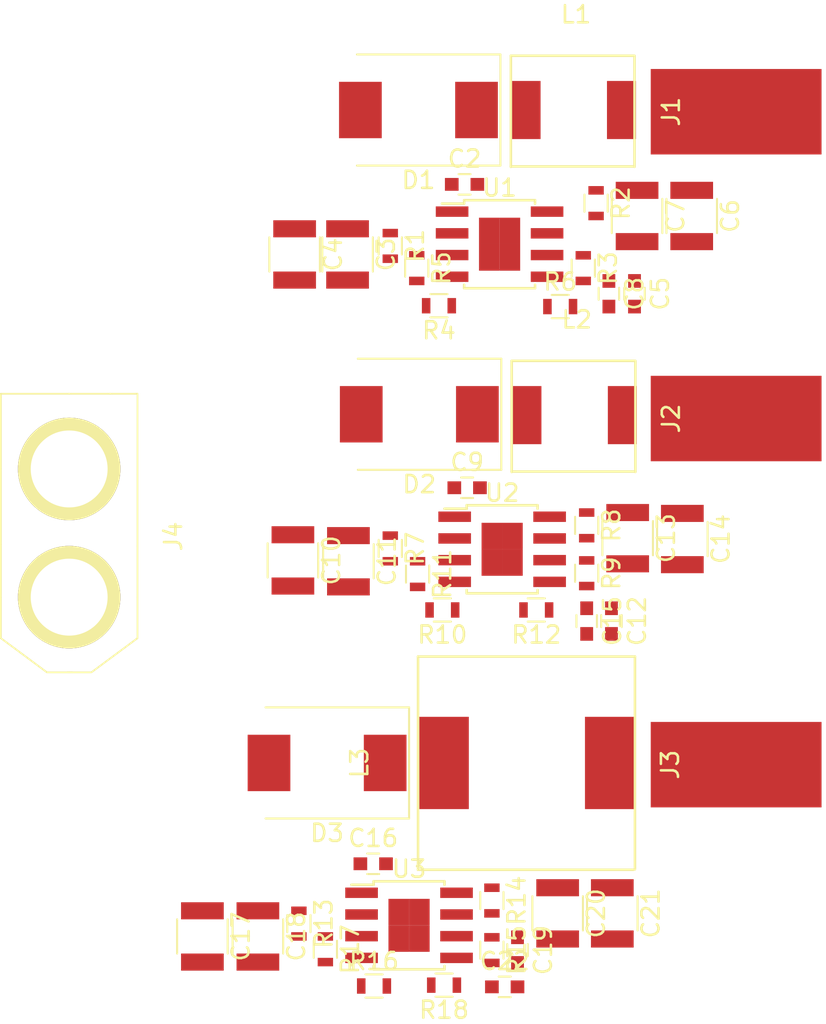
<source format=kicad_pcb>
(kicad_pcb (version 20171130) (host pcbnew "(5.0.0-rc1-1-g90e08e6)")

  (general
    (thickness 1.6)
    (drawings 0)
    (tracks 0)
    (zones 0)
    (modules 52)
    (nets 27)
  )

  (page A4)
  (layers
    (0 F.Cu signal)
    (31 B.Cu signal)
    (32 B.Adhes user)
    (33 F.Adhes user)
    (34 B.Paste user)
    (35 F.Paste user)
    (36 B.SilkS user)
    (37 F.SilkS user)
    (38 B.Mask user)
    (39 F.Mask user)
    (40 Dwgs.User user)
    (41 Cmts.User user)
    (42 Eco1.User user)
    (43 Eco2.User user)
    (44 Edge.Cuts user)
    (45 Margin user)
    (46 B.CrtYd user)
    (47 F.CrtYd user)
    (48 B.Fab user)
    (49 F.Fab user hide)
  )

  (setup
    (last_trace_width 0.25)
    (trace_clearance 0.2)
    (zone_clearance 0.508)
    (zone_45_only no)
    (trace_min 0.2)
    (segment_width 0.2)
    (edge_width 0.15)
    (via_size 0.8)
    (via_drill 0.4)
    (via_min_size 0.4)
    (via_min_drill 0.3)
    (uvia_size 0.3)
    (uvia_drill 0.1)
    (uvias_allowed no)
    (uvia_min_size 0.2)
    (uvia_min_drill 0.1)
    (pcb_text_width 0.3)
    (pcb_text_size 1.5 1.5)
    (mod_edge_width 0.15)
    (mod_text_size 1 1)
    (mod_text_width 0.15)
    (pad_size 1.524 1.524)
    (pad_drill 0.762)
    (pad_to_mask_clearance 0.2)
    (aux_axis_origin 0 0)
    (visible_elements FFFBFF7F)
    (pcbplotparams
      (layerselection 0x010fc_ffffffff)
      (usegerberextensions false)
      (usegerberattributes false)
      (usegerberadvancedattributes false)
      (creategerberjobfile false)
      (excludeedgelayer true)
      (linewidth 0.050000)
      (plotframeref false)
      (viasonmask false)
      (mode 1)
      (useauxorigin false)
      (hpglpennumber 1)
      (hpglpenspeed 20)
      (hpglpendiameter 15)
      (psnegative false)
      (psa4output false)
      (plotreference true)
      (plotvalue true)
      (plotinvisibletext false)
      (padsonsilk false)
      (subtractmaskfromsilk false)
      (outputformat 1)
      (mirror false)
      (drillshape 1)
      (scaleselection 1)
      (outputdirectory ""))
  )

  (net 0 "")
  (net 1 "Net-(C13-Pad1)")
  (net 2 "Net-(C20-Pad1)")
  (net 3 "Net-(C6-Pad1)")
  (net 4 "Net-(R12-Pad1)")
  (net 5 GND)
  (net 6 "Net-(R14-Pad2)")
  (net 7 "Net-(R13-Pad2)")
  (net 8 "Net-(R16-Pad1)")
  (net 9 "Net-(C19-Pad1)")
  (net 10 "Net-(C22-Pad1)")
  (net 11 VBAT)
  (net 12 "Net-(R11-Pad1)")
  (net 13 "Net-(R10-Pad1)")
  (net 14 "Net-(C12-Pad1)")
  (net 15 "Net-(C15-Pad1)")
  (net 16 "Net-(R2-Pad2)")
  (net 17 "Net-(R1-Pad2)")
  (net 18 "Net-(R4-Pad1)")
  (net 19 "Net-(C8-Pad1)")
  (net 20 "Net-(C5-Pad1)")
  (net 21 "Net-(C16-Pad2)")
  (net 22 "Net-(C9-Pad2)")
  (net 23 "Net-(C2-Pad2)")
  (net 24 "Net-(C9-Pad1)")
  (net 25 "Net-(C16-Pad1)")
  (net 26 "Net-(C2-Pad1)")

  (net_class Default "This is the default net class."
    (clearance 0.2)
    (trace_width 0.25)
    (via_dia 0.8)
    (via_drill 0.4)
    (uvia_dia 0.3)
    (uvia_drill 0.1)
    (add_net GND)
    (add_net "Net-(C12-Pad1)")
    (add_net "Net-(C13-Pad1)")
    (add_net "Net-(C15-Pad1)")
    (add_net "Net-(C16-Pad1)")
    (add_net "Net-(C16-Pad2)")
    (add_net "Net-(C19-Pad1)")
    (add_net "Net-(C2-Pad1)")
    (add_net "Net-(C2-Pad2)")
    (add_net "Net-(C20-Pad1)")
    (add_net "Net-(C22-Pad1)")
    (add_net "Net-(C5-Pad1)")
    (add_net "Net-(C6-Pad1)")
    (add_net "Net-(C8-Pad1)")
    (add_net "Net-(C9-Pad1)")
    (add_net "Net-(C9-Pad2)")
    (add_net "Net-(R1-Pad2)")
    (add_net "Net-(R10-Pad1)")
    (add_net "Net-(R11-Pad1)")
    (add_net "Net-(R12-Pad1)")
    (add_net "Net-(R13-Pad2)")
    (add_net "Net-(R14-Pad2)")
    (add_net "Net-(R16-Pad1)")
    (add_net "Net-(R2-Pad2)")
    (add_net "Net-(R4-Pad1)")
    (add_net VBAT)
  )

  (module Capacitors_SMD:C_0603 (layer F.Cu) (tedit 59958EE7) (tstamp 5ADCD5CA)
    (at 79.2 54.2)
    (descr "Capacitor SMD 0603, reflow soldering, AVX (see smccp.pdf)")
    (tags "capacitor 0603")
    (path /5AAF9FF9)
    (attr smd)
    (fp_text reference C2 (at 0 -1.5) (layer F.SilkS)
      (effects (font (size 1 1) (thickness 0.15)))
    )
    (fp_text value "0.1uF 16V" (at 0 1.5) (layer F.Fab)
      (effects (font (size 1 1) (thickness 0.15)))
    )
    (fp_line (start 1.4 0.65) (end -1.4 0.65) (layer F.CrtYd) (width 0.05))
    (fp_line (start 1.4 0.65) (end 1.4 -0.65) (layer F.CrtYd) (width 0.05))
    (fp_line (start -1.4 -0.65) (end -1.4 0.65) (layer F.CrtYd) (width 0.05))
    (fp_line (start -1.4 -0.65) (end 1.4 -0.65) (layer F.CrtYd) (width 0.05))
    (fp_line (start 0.35 0.6) (end -0.35 0.6) (layer F.SilkS) (width 0.12))
    (fp_line (start -0.35 -0.6) (end 0.35 -0.6) (layer F.SilkS) (width 0.12))
    (fp_line (start -0.8 -0.4) (end 0.8 -0.4) (layer F.Fab) (width 0.1))
    (fp_line (start 0.8 -0.4) (end 0.8 0.4) (layer F.Fab) (width 0.1))
    (fp_line (start 0.8 0.4) (end -0.8 0.4) (layer F.Fab) (width 0.1))
    (fp_line (start -0.8 0.4) (end -0.8 -0.4) (layer F.Fab) (width 0.1))
    (fp_text user %R (at 0 0) (layer F.Fab)
      (effects (font (size 0.3 0.3) (thickness 0.075)))
    )
    (pad 2 smd rect (at 0.75 0) (size 0.8 0.75) (layers F.Cu F.Paste F.Mask)
      (net 23 "Net-(C2-Pad2)"))
    (pad 1 smd rect (at -0.75 0) (size 0.8 0.75) (layers F.Cu F.Paste F.Mask)
      (net 26 "Net-(C2-Pad1)"))
    (model Capacitors_SMD.3dshapes/C_0603.wrl
      (at (xyz 0 0 0))
      (scale (xyz 1 1 1))
      (rotate (xyz 0 0 0))
    )
  )

  (module Capacitors_SMD:C_0603 (layer F.Cu) (tedit 59958EE7) (tstamp 5ADCD5B9)
    (at 81.55 101.15)
    (descr "Capacitor SMD 0603, reflow soldering, AVX (see smccp.pdf)")
    (tags "capacitor 0603")
    (path /5AB1574C)
    (attr smd)
    (fp_text reference C22 (at 0 -1.5) (layer F.SilkS)
      (effects (font (size 1 1) (thickness 0.15)))
    )
    (fp_text value "8200pF 50V" (at 0 1.5) (layer F.Fab)
      (effects (font (size 1 1) (thickness 0.15)))
    )
    (fp_text user %R (at 0 0) (layer F.Fab)
      (effects (font (size 0.3 0.3) (thickness 0.075)))
    )
    (fp_line (start -0.8 0.4) (end -0.8 -0.4) (layer F.Fab) (width 0.1))
    (fp_line (start 0.8 0.4) (end -0.8 0.4) (layer F.Fab) (width 0.1))
    (fp_line (start 0.8 -0.4) (end 0.8 0.4) (layer F.Fab) (width 0.1))
    (fp_line (start -0.8 -0.4) (end 0.8 -0.4) (layer F.Fab) (width 0.1))
    (fp_line (start -0.35 -0.6) (end 0.35 -0.6) (layer F.SilkS) (width 0.12))
    (fp_line (start 0.35 0.6) (end -0.35 0.6) (layer F.SilkS) (width 0.12))
    (fp_line (start -1.4 -0.65) (end 1.4 -0.65) (layer F.CrtYd) (width 0.05))
    (fp_line (start -1.4 -0.65) (end -1.4 0.65) (layer F.CrtYd) (width 0.05))
    (fp_line (start 1.4 0.65) (end 1.4 -0.65) (layer F.CrtYd) (width 0.05))
    (fp_line (start 1.4 0.65) (end -1.4 0.65) (layer F.CrtYd) (width 0.05))
    (pad 1 smd rect (at -0.75 0) (size 0.8 0.75) (layers F.Cu F.Paste F.Mask)
      (net 10 "Net-(C22-Pad1)"))
    (pad 2 smd rect (at 0.75 0) (size 0.8 0.75) (layers F.Cu F.Paste F.Mask)
      (net 5 GND))
    (model Capacitors_SMD.3dshapes/C_0603.wrl
      (at (xyz 0 0 0))
      (scale (xyz 1 1 1))
      (rotate (xyz 0 0 0))
    )
  )

  (module Capacitors_SMD:C_0603 (layer F.Cu) (tedit 59958EE7) (tstamp 5ADCD5A8)
    (at 89.15 60.6 270)
    (descr "Capacitor SMD 0603, reflow soldering, AVX (see smccp.pdf)")
    (tags "capacitor 0603")
    (path /5AAFB08D)
    (attr smd)
    (fp_text reference C5 (at 0 -1.5 270) (layer F.SilkS)
      (effects (font (size 1 1) (thickness 0.15)))
    )
    (fp_text value "39pF 16V" (at 0 1.5 270) (layer F.Fab)
      (effects (font (size 1 1) (thickness 0.15)))
    )
    (fp_line (start 1.4 0.65) (end -1.4 0.65) (layer F.CrtYd) (width 0.05))
    (fp_line (start 1.4 0.65) (end 1.4 -0.65) (layer F.CrtYd) (width 0.05))
    (fp_line (start -1.4 -0.65) (end -1.4 0.65) (layer F.CrtYd) (width 0.05))
    (fp_line (start -1.4 -0.65) (end 1.4 -0.65) (layer F.CrtYd) (width 0.05))
    (fp_line (start 0.35 0.6) (end -0.35 0.6) (layer F.SilkS) (width 0.12))
    (fp_line (start -0.35 -0.6) (end 0.35 -0.6) (layer F.SilkS) (width 0.12))
    (fp_line (start -0.8 -0.4) (end 0.8 -0.4) (layer F.Fab) (width 0.1))
    (fp_line (start 0.8 -0.4) (end 0.8 0.4) (layer F.Fab) (width 0.1))
    (fp_line (start 0.8 0.4) (end -0.8 0.4) (layer F.Fab) (width 0.1))
    (fp_line (start -0.8 0.4) (end -0.8 -0.4) (layer F.Fab) (width 0.1))
    (fp_text user %R (at 0 0 270) (layer F.Fab)
      (effects (font (size 0.3 0.3) (thickness 0.075)))
    )
    (pad 2 smd rect (at 0.75 0 270) (size 0.8 0.75) (layers F.Cu F.Paste F.Mask)
      (net 5 GND))
    (pad 1 smd rect (at -0.75 0 270) (size 0.8 0.75) (layers F.Cu F.Paste F.Mask)
      (net 20 "Net-(C5-Pad1)"))
    (model Capacitors_SMD.3dshapes/C_0603.wrl
      (at (xyz 0 0 0))
      (scale (xyz 1 1 1))
      (rotate (xyz 0 0 0))
    )
  )

  (module Capacitors_SMD:C_0603 (layer F.Cu) (tedit 59958EE7) (tstamp 5ADCD597)
    (at 82.3 99 270)
    (descr "Capacitor SMD 0603, reflow soldering, AVX (see smccp.pdf)")
    (tags "capacitor 0603")
    (path /5AB15752)
    (attr smd)
    (fp_text reference C19 (at 0 -1.5 270) (layer F.SilkS)
      (effects (font (size 1 1) (thickness 0.15)))
    )
    (fp_text value "13pF 10V" (at 0 1.5 270) (layer F.Fab)
      (effects (font (size 1 1) (thickness 0.15)))
    )
    (fp_text user %R (at 0 0 270) (layer F.Fab)
      (effects (font (size 0.3 0.3) (thickness 0.075)))
    )
    (fp_line (start -0.8 0.4) (end -0.8 -0.4) (layer F.Fab) (width 0.1))
    (fp_line (start 0.8 0.4) (end -0.8 0.4) (layer F.Fab) (width 0.1))
    (fp_line (start 0.8 -0.4) (end 0.8 0.4) (layer F.Fab) (width 0.1))
    (fp_line (start -0.8 -0.4) (end 0.8 -0.4) (layer F.Fab) (width 0.1))
    (fp_line (start -0.35 -0.6) (end 0.35 -0.6) (layer F.SilkS) (width 0.12))
    (fp_line (start 0.35 0.6) (end -0.35 0.6) (layer F.SilkS) (width 0.12))
    (fp_line (start -1.4 -0.65) (end 1.4 -0.65) (layer F.CrtYd) (width 0.05))
    (fp_line (start -1.4 -0.65) (end -1.4 0.65) (layer F.CrtYd) (width 0.05))
    (fp_line (start 1.4 0.65) (end 1.4 -0.65) (layer F.CrtYd) (width 0.05))
    (fp_line (start 1.4 0.65) (end -1.4 0.65) (layer F.CrtYd) (width 0.05))
    (pad 1 smd rect (at -0.75 0 270) (size 0.8 0.75) (layers F.Cu F.Paste F.Mask)
      (net 9 "Net-(C19-Pad1)"))
    (pad 2 smd rect (at 0.75 0 270) (size 0.8 0.75) (layers F.Cu F.Paste F.Mask)
      (net 5 GND))
    (model Capacitors_SMD.3dshapes/C_0603.wrl
      (at (xyz 0 0 0))
      (scale (xyz 1 1 1))
      (rotate (xyz 0 0 0))
    )
  )

  (module Capacitors_SMD:C_0603 (layer F.Cu) (tedit 59958EE7) (tstamp 5ADCD586)
    (at 87.65 60.6 270)
    (descr "Capacitor SMD 0603, reflow soldering, AVX (see smccp.pdf)")
    (tags "capacitor 0603")
    (path /5AAFADE4)
    (attr smd)
    (fp_text reference C8 (at 0 -1.5 270) (layer F.SilkS)
      (effects (font (size 1 1) (thickness 0.15)))
    )
    (fp_text value "6800pF 10V" (at 0 1.5 270) (layer F.Fab)
      (effects (font (size 1 1) (thickness 0.15)))
    )
    (fp_line (start 1.4 0.65) (end -1.4 0.65) (layer F.CrtYd) (width 0.05))
    (fp_line (start 1.4 0.65) (end 1.4 -0.65) (layer F.CrtYd) (width 0.05))
    (fp_line (start -1.4 -0.65) (end -1.4 0.65) (layer F.CrtYd) (width 0.05))
    (fp_line (start -1.4 -0.65) (end 1.4 -0.65) (layer F.CrtYd) (width 0.05))
    (fp_line (start 0.35 0.6) (end -0.35 0.6) (layer F.SilkS) (width 0.12))
    (fp_line (start -0.35 -0.6) (end 0.35 -0.6) (layer F.SilkS) (width 0.12))
    (fp_line (start -0.8 -0.4) (end 0.8 -0.4) (layer F.Fab) (width 0.1))
    (fp_line (start 0.8 -0.4) (end 0.8 0.4) (layer F.Fab) (width 0.1))
    (fp_line (start 0.8 0.4) (end -0.8 0.4) (layer F.Fab) (width 0.1))
    (fp_line (start -0.8 0.4) (end -0.8 -0.4) (layer F.Fab) (width 0.1))
    (fp_text user %R (at 0 0 270) (layer F.Fab)
      (effects (font (size 0.3 0.3) (thickness 0.075)))
    )
    (pad 2 smd rect (at 0.75 0 270) (size 0.8 0.75) (layers F.Cu F.Paste F.Mask)
      (net 5 GND))
    (pad 1 smd rect (at -0.75 0 270) (size 0.8 0.75) (layers F.Cu F.Paste F.Mask)
      (net 19 "Net-(C8-Pad1)"))
    (model Capacitors_SMD.3dshapes/C_0603.wrl
      (at (xyz 0 0 0))
      (scale (xyz 1 1 1))
      (rotate (xyz 0 0 0))
    )
  )

  (module Capacitors_SMD:C_0603 (layer F.Cu) (tedit 59958EE7) (tstamp 5ADCD575)
    (at 79.35 71.95)
    (descr "Capacitor SMD 0603, reflow soldering, AVX (see smccp.pdf)")
    (tags "capacitor 0603")
    (path /5AAFC10A)
    (attr smd)
    (fp_text reference C9 (at 0 -1.5) (layer F.SilkS)
      (effects (font (size 1 1) (thickness 0.15)))
    )
    (fp_text value "0.1uF 16V" (at 0 1.5) (layer F.Fab)
      (effects (font (size 1 1) (thickness 0.15)))
    )
    (fp_text user %R (at 0 0) (layer F.Fab)
      (effects (font (size 0.3 0.3) (thickness 0.075)))
    )
    (fp_line (start -0.8 0.4) (end -0.8 -0.4) (layer F.Fab) (width 0.1))
    (fp_line (start 0.8 0.4) (end -0.8 0.4) (layer F.Fab) (width 0.1))
    (fp_line (start 0.8 -0.4) (end 0.8 0.4) (layer F.Fab) (width 0.1))
    (fp_line (start -0.8 -0.4) (end 0.8 -0.4) (layer F.Fab) (width 0.1))
    (fp_line (start -0.35 -0.6) (end 0.35 -0.6) (layer F.SilkS) (width 0.12))
    (fp_line (start 0.35 0.6) (end -0.35 0.6) (layer F.SilkS) (width 0.12))
    (fp_line (start -1.4 -0.65) (end 1.4 -0.65) (layer F.CrtYd) (width 0.05))
    (fp_line (start -1.4 -0.65) (end -1.4 0.65) (layer F.CrtYd) (width 0.05))
    (fp_line (start 1.4 0.65) (end 1.4 -0.65) (layer F.CrtYd) (width 0.05))
    (fp_line (start 1.4 0.65) (end -1.4 0.65) (layer F.CrtYd) (width 0.05))
    (pad 1 smd rect (at -0.75 0) (size 0.8 0.75) (layers F.Cu F.Paste F.Mask)
      (net 24 "Net-(C9-Pad1)"))
    (pad 2 smd rect (at 0.75 0) (size 0.8 0.75) (layers F.Cu F.Paste F.Mask)
      (net 22 "Net-(C9-Pad2)"))
    (model Capacitors_SMD.3dshapes/C_0603.wrl
      (at (xyz 0 0 0))
      (scale (xyz 1 1 1))
      (rotate (xyz 0 0 0))
    )
  )

  (module Capacitors_SMD:C_0603 (layer F.Cu) (tedit 59958EE7) (tstamp 5ADCD564)
    (at 87.8 79.75 270)
    (descr "Capacitor SMD 0603, reflow soldering, AVX (see smccp.pdf)")
    (tags "capacitor 0603")
    (path /5AAFC12B)
    (attr smd)
    (fp_text reference C12 (at 0 -1.5 270) (layer F.SilkS)
      (effects (font (size 1 1) (thickness 0.15)))
    )
    (fp_text value "18pF 10V" (at 0 1.5 270) (layer F.Fab)
      (effects (font (size 1 1) (thickness 0.15)))
    )
    (fp_line (start 1.4 0.65) (end -1.4 0.65) (layer F.CrtYd) (width 0.05))
    (fp_line (start 1.4 0.65) (end 1.4 -0.65) (layer F.CrtYd) (width 0.05))
    (fp_line (start -1.4 -0.65) (end -1.4 0.65) (layer F.CrtYd) (width 0.05))
    (fp_line (start -1.4 -0.65) (end 1.4 -0.65) (layer F.CrtYd) (width 0.05))
    (fp_line (start 0.35 0.6) (end -0.35 0.6) (layer F.SilkS) (width 0.12))
    (fp_line (start -0.35 -0.6) (end 0.35 -0.6) (layer F.SilkS) (width 0.12))
    (fp_line (start -0.8 -0.4) (end 0.8 -0.4) (layer F.Fab) (width 0.1))
    (fp_line (start 0.8 -0.4) (end 0.8 0.4) (layer F.Fab) (width 0.1))
    (fp_line (start 0.8 0.4) (end -0.8 0.4) (layer F.Fab) (width 0.1))
    (fp_line (start -0.8 0.4) (end -0.8 -0.4) (layer F.Fab) (width 0.1))
    (fp_text user %R (at 0 0 270) (layer F.Fab)
      (effects (font (size 0.3 0.3) (thickness 0.075)))
    )
    (pad 2 smd rect (at 0.75 0 270) (size 0.8 0.75) (layers F.Cu F.Paste F.Mask)
      (net 5 GND))
    (pad 1 smd rect (at -0.75 0 270) (size 0.8 0.75) (layers F.Cu F.Paste F.Mask)
      (net 14 "Net-(C12-Pad1)"))
    (model Capacitors_SMD.3dshapes/C_0603.wrl
      (at (xyz 0 0 0))
      (scale (xyz 1 1 1))
      (rotate (xyz 0 0 0))
    )
  )

  (module Capacitors_SMD:C_0603 (layer F.Cu) (tedit 59958EE7) (tstamp 5ADCD553)
    (at 73.85 93.95)
    (descr "Capacitor SMD 0603, reflow soldering, AVX (see smccp.pdf)")
    (tags "capacitor 0603")
    (path /5AB15732)
    (attr smd)
    (fp_text reference C16 (at 0 -1.5) (layer F.SilkS)
      (effects (font (size 1 1) (thickness 0.15)))
    )
    (fp_text value "0.1uF 16V" (at 0 1.5) (layer F.Fab)
      (effects (font (size 1 1) (thickness 0.15)))
    )
    (fp_text user %R (at 0 0) (layer F.Fab)
      (effects (font (size 0.3 0.3) (thickness 0.075)))
    )
    (fp_line (start -0.8 0.4) (end -0.8 -0.4) (layer F.Fab) (width 0.1))
    (fp_line (start 0.8 0.4) (end -0.8 0.4) (layer F.Fab) (width 0.1))
    (fp_line (start 0.8 -0.4) (end 0.8 0.4) (layer F.Fab) (width 0.1))
    (fp_line (start -0.8 -0.4) (end 0.8 -0.4) (layer F.Fab) (width 0.1))
    (fp_line (start -0.35 -0.6) (end 0.35 -0.6) (layer F.SilkS) (width 0.12))
    (fp_line (start 0.35 0.6) (end -0.35 0.6) (layer F.SilkS) (width 0.12))
    (fp_line (start -1.4 -0.65) (end 1.4 -0.65) (layer F.CrtYd) (width 0.05))
    (fp_line (start -1.4 -0.65) (end -1.4 0.65) (layer F.CrtYd) (width 0.05))
    (fp_line (start 1.4 0.65) (end 1.4 -0.65) (layer F.CrtYd) (width 0.05))
    (fp_line (start 1.4 0.65) (end -1.4 0.65) (layer F.CrtYd) (width 0.05))
    (pad 1 smd rect (at -0.75 0) (size 0.8 0.75) (layers F.Cu F.Paste F.Mask)
      (net 25 "Net-(C16-Pad1)"))
    (pad 2 smd rect (at 0.75 0) (size 0.8 0.75) (layers F.Cu F.Paste F.Mask)
      (net 21 "Net-(C16-Pad2)"))
    (model Capacitors_SMD.3dshapes/C_0603.wrl
      (at (xyz 0 0 0))
      (scale (xyz 1 1 1))
      (rotate (xyz 0 0 0))
    )
  )

  (module Capacitors_SMD:C_0603 (layer F.Cu) (tedit 59958EE7) (tstamp 5ADCD542)
    (at 86.35 79.75 270)
    (descr "Capacitor SMD 0603, reflow soldering, AVX (see smccp.pdf)")
    (tags "capacitor 0603")
    (path /5AAFC125)
    (attr smd)
    (fp_text reference C15 (at 0 -1.5 270) (layer F.SilkS)
      (effects (font (size 1 1) (thickness 0.15)))
    )
    (fp_text value "6800pF 10V" (at 0 1.5 270) (layer F.Fab)
      (effects (font (size 1 1) (thickness 0.15)))
    )
    (fp_line (start 1.4 0.65) (end -1.4 0.65) (layer F.CrtYd) (width 0.05))
    (fp_line (start 1.4 0.65) (end 1.4 -0.65) (layer F.CrtYd) (width 0.05))
    (fp_line (start -1.4 -0.65) (end -1.4 0.65) (layer F.CrtYd) (width 0.05))
    (fp_line (start -1.4 -0.65) (end 1.4 -0.65) (layer F.CrtYd) (width 0.05))
    (fp_line (start 0.35 0.6) (end -0.35 0.6) (layer F.SilkS) (width 0.12))
    (fp_line (start -0.35 -0.6) (end 0.35 -0.6) (layer F.SilkS) (width 0.12))
    (fp_line (start -0.8 -0.4) (end 0.8 -0.4) (layer F.Fab) (width 0.1))
    (fp_line (start 0.8 -0.4) (end 0.8 0.4) (layer F.Fab) (width 0.1))
    (fp_line (start 0.8 0.4) (end -0.8 0.4) (layer F.Fab) (width 0.1))
    (fp_line (start -0.8 0.4) (end -0.8 -0.4) (layer F.Fab) (width 0.1))
    (fp_text user %R (at 0 0 270) (layer F.Fab)
      (effects (font (size 0.3 0.3) (thickness 0.075)))
    )
    (pad 2 smd rect (at 0.75 0 270) (size 0.8 0.75) (layers F.Cu F.Paste F.Mask)
      (net 5 GND))
    (pad 1 smd rect (at -0.75 0 270) (size 0.8 0.75) (layers F.Cu F.Paste F.Mask)
      (net 15 "Net-(C15-Pad1)"))
    (model Capacitors_SMD.3dshapes/C_0603.wrl
      (at (xyz 0 0 0))
      (scale (xyz 1 1 1))
      (rotate (xyz 0 0 0))
    )
  )

  (module Capacitors_SMD:C_1210 (layer F.Cu) (tedit 58AA84E2) (tstamp 5ADCD531)
    (at 91.95 74.95 270)
    (descr "Capacitor SMD 1210, reflow soldering, AVX (see smccp.pdf)")
    (tags "capacitor 1210")
    (path /5AAFC14E)
    (attr smd)
    (fp_text reference C14 (at 0 -2.25 270) (layer F.SilkS)
      (effects (font (size 1 1) (thickness 0.15)))
    )
    (fp_text value "47uF 16V" (at 0 2.5 270) (layer F.Fab)
      (effects (font (size 1 1) (thickness 0.15)))
    )
    (fp_line (start 2.25 1.5) (end -2.25 1.5) (layer F.CrtYd) (width 0.05))
    (fp_line (start 2.25 1.5) (end 2.25 -1.5) (layer F.CrtYd) (width 0.05))
    (fp_line (start -2.25 -1.5) (end -2.25 1.5) (layer F.CrtYd) (width 0.05))
    (fp_line (start -2.25 -1.5) (end 2.25 -1.5) (layer F.CrtYd) (width 0.05))
    (fp_line (start -1 1.48) (end 1 1.48) (layer F.SilkS) (width 0.12))
    (fp_line (start 1 -1.48) (end -1 -1.48) (layer F.SilkS) (width 0.12))
    (fp_line (start -1.6 -1.25) (end 1.6 -1.25) (layer F.Fab) (width 0.1))
    (fp_line (start 1.6 -1.25) (end 1.6 1.25) (layer F.Fab) (width 0.1))
    (fp_line (start 1.6 1.25) (end -1.6 1.25) (layer F.Fab) (width 0.1))
    (fp_line (start -1.6 1.25) (end -1.6 -1.25) (layer F.Fab) (width 0.1))
    (fp_text user %R (at 0 -2.25 270) (layer F.Fab)
      (effects (font (size 1 1) (thickness 0.15)))
    )
    (pad 2 smd rect (at 1.5 0 270) (size 1 2.5) (layers F.Cu F.Paste F.Mask)
      (net 5 GND))
    (pad 1 smd rect (at -1.5 0 270) (size 1 2.5) (layers F.Cu F.Paste F.Mask)
      (net 1 "Net-(C13-Pad1)"))
    (model Capacitors_SMD.3dshapes/C_1210.wrl
      (at (xyz 0 0 0))
      (scale (xyz 1 1 1))
      (rotate (xyz 0 0 0))
    )
  )

  (module Capacitors_SMD:C_1210 (layer F.Cu) (tedit 58AA84E2) (tstamp 5ADCD520)
    (at 72.35 58.3 270)
    (descr "Capacitor SMD 1210, reflow soldering, AVX (see smccp.pdf)")
    (tags "capacitor 1210")
    (path /5AAF7EFF)
    (attr smd)
    (fp_text reference C3 (at 0 -2.25 270) (layer F.SilkS)
      (effects (font (size 1 1) (thickness 0.15)))
    )
    (fp_text value "10uF 63V" (at 0 2.5 270) (layer F.Fab)
      (effects (font (size 1 1) (thickness 0.15)))
    )
    (fp_text user %R (at 0 -2.25 270) (layer F.Fab)
      (effects (font (size 1 1) (thickness 0.15)))
    )
    (fp_line (start -1.6 1.25) (end -1.6 -1.25) (layer F.Fab) (width 0.1))
    (fp_line (start 1.6 1.25) (end -1.6 1.25) (layer F.Fab) (width 0.1))
    (fp_line (start 1.6 -1.25) (end 1.6 1.25) (layer F.Fab) (width 0.1))
    (fp_line (start -1.6 -1.25) (end 1.6 -1.25) (layer F.Fab) (width 0.1))
    (fp_line (start 1 -1.48) (end -1 -1.48) (layer F.SilkS) (width 0.12))
    (fp_line (start -1 1.48) (end 1 1.48) (layer F.SilkS) (width 0.12))
    (fp_line (start -2.25 -1.5) (end 2.25 -1.5) (layer F.CrtYd) (width 0.05))
    (fp_line (start -2.25 -1.5) (end -2.25 1.5) (layer F.CrtYd) (width 0.05))
    (fp_line (start 2.25 1.5) (end 2.25 -1.5) (layer F.CrtYd) (width 0.05))
    (fp_line (start 2.25 1.5) (end -2.25 1.5) (layer F.CrtYd) (width 0.05))
    (pad 1 smd rect (at -1.5 0 270) (size 1 2.5) (layers F.Cu F.Paste F.Mask)
      (net 11 VBAT))
    (pad 2 smd rect (at 1.5 0 270) (size 1 2.5) (layers F.Cu F.Paste F.Mask)
      (net 5 GND))
    (model Capacitors_SMD.3dshapes/C_1210.wrl
      (at (xyz 0 0 0))
      (scale (xyz 1 1 1))
      (rotate (xyz 0 0 0))
    )
  )

  (module Capacitors_SMD:C_1210 (layer F.Cu) (tedit 58AA84E2) (tstamp 5ADCD50F)
    (at 69.25 58.3 270)
    (descr "Capacitor SMD 1210, reflow soldering, AVX (see smccp.pdf)")
    (tags "capacitor 1210")
    (path /5AB025B3)
    (attr smd)
    (fp_text reference C4 (at 0 -2.25 270) (layer F.SilkS)
      (effects (font (size 1 1) (thickness 0.15)))
    )
    (fp_text value "10uF 63V" (at 0 2.5 270) (layer F.Fab)
      (effects (font (size 1 1) (thickness 0.15)))
    )
    (fp_line (start 2.25 1.5) (end -2.25 1.5) (layer F.CrtYd) (width 0.05))
    (fp_line (start 2.25 1.5) (end 2.25 -1.5) (layer F.CrtYd) (width 0.05))
    (fp_line (start -2.25 -1.5) (end -2.25 1.5) (layer F.CrtYd) (width 0.05))
    (fp_line (start -2.25 -1.5) (end 2.25 -1.5) (layer F.CrtYd) (width 0.05))
    (fp_line (start -1 1.48) (end 1 1.48) (layer F.SilkS) (width 0.12))
    (fp_line (start 1 -1.48) (end -1 -1.48) (layer F.SilkS) (width 0.12))
    (fp_line (start -1.6 -1.25) (end 1.6 -1.25) (layer F.Fab) (width 0.1))
    (fp_line (start 1.6 -1.25) (end 1.6 1.25) (layer F.Fab) (width 0.1))
    (fp_line (start 1.6 1.25) (end -1.6 1.25) (layer F.Fab) (width 0.1))
    (fp_line (start -1.6 1.25) (end -1.6 -1.25) (layer F.Fab) (width 0.1))
    (fp_text user %R (at 0 -2.25 270) (layer F.Fab)
      (effects (font (size 1 1) (thickness 0.15)))
    )
    (pad 2 smd rect (at 1.5 0 270) (size 1 2.5) (layers F.Cu F.Paste F.Mask)
      (net 5 GND))
    (pad 1 smd rect (at -1.5 0 270) (size 1 2.5) (layers F.Cu F.Paste F.Mask)
      (net 11 VBAT))
    (model Capacitors_SMD.3dshapes/C_1210.wrl
      (at (xyz 0 0 0))
      (scale (xyz 1 1 1))
      (rotate (xyz 0 0 0))
    )
  )

  (module Capacitors_SMD:C_1210 (layer F.Cu) (tedit 58AA84E2) (tstamp 5ADCD4FE)
    (at 92.5 56.05 270)
    (descr "Capacitor SMD 1210, reflow soldering, AVX (see smccp.pdf)")
    (tags "capacitor 1210")
    (path /5AAFEF40)
    (attr smd)
    (fp_text reference C6 (at 0 -2.25 270) (layer F.SilkS)
      (effects (font (size 1 1) (thickness 0.15)))
    )
    (fp_text value "47uF 16V" (at 0 2.5 270) (layer F.Fab)
      (effects (font (size 1 1) (thickness 0.15)))
    )
    (fp_text user %R (at 0 -2.25 270) (layer F.Fab)
      (effects (font (size 1 1) (thickness 0.15)))
    )
    (fp_line (start -1.6 1.25) (end -1.6 -1.25) (layer F.Fab) (width 0.1))
    (fp_line (start 1.6 1.25) (end -1.6 1.25) (layer F.Fab) (width 0.1))
    (fp_line (start 1.6 -1.25) (end 1.6 1.25) (layer F.Fab) (width 0.1))
    (fp_line (start -1.6 -1.25) (end 1.6 -1.25) (layer F.Fab) (width 0.1))
    (fp_line (start 1 -1.48) (end -1 -1.48) (layer F.SilkS) (width 0.12))
    (fp_line (start -1 1.48) (end 1 1.48) (layer F.SilkS) (width 0.12))
    (fp_line (start -2.25 -1.5) (end 2.25 -1.5) (layer F.CrtYd) (width 0.05))
    (fp_line (start -2.25 -1.5) (end -2.25 1.5) (layer F.CrtYd) (width 0.05))
    (fp_line (start 2.25 1.5) (end 2.25 -1.5) (layer F.CrtYd) (width 0.05))
    (fp_line (start 2.25 1.5) (end -2.25 1.5) (layer F.CrtYd) (width 0.05))
    (pad 1 smd rect (at -1.5 0 270) (size 1 2.5) (layers F.Cu F.Paste F.Mask)
      (net 3 "Net-(C6-Pad1)"))
    (pad 2 smd rect (at 1.5 0 270) (size 1 2.5) (layers F.Cu F.Paste F.Mask)
      (net 5 GND))
    (model Capacitors_SMD.3dshapes/C_1210.wrl
      (at (xyz 0 0 0))
      (scale (xyz 1 1 1))
      (rotate (xyz 0 0 0))
    )
  )

  (module Capacitors_SMD:C_1210 (layer F.Cu) (tedit 58AA84E2) (tstamp 5ADCD4ED)
    (at 89.3 56.05 270)
    (descr "Capacitor SMD 1210, reflow soldering, AVX (see smccp.pdf)")
    (tags "capacitor 1210")
    (path /5AAFEFAA)
    (attr smd)
    (fp_text reference C7 (at 0 -2.25 270) (layer F.SilkS)
      (effects (font (size 1 1) (thickness 0.15)))
    )
    (fp_text value "47uF 16V" (at 0 2.5 270) (layer F.Fab)
      (effects (font (size 1 1) (thickness 0.15)))
    )
    (fp_line (start 2.25 1.5) (end -2.25 1.5) (layer F.CrtYd) (width 0.05))
    (fp_line (start 2.25 1.5) (end 2.25 -1.5) (layer F.CrtYd) (width 0.05))
    (fp_line (start -2.25 -1.5) (end -2.25 1.5) (layer F.CrtYd) (width 0.05))
    (fp_line (start -2.25 -1.5) (end 2.25 -1.5) (layer F.CrtYd) (width 0.05))
    (fp_line (start -1 1.48) (end 1 1.48) (layer F.SilkS) (width 0.12))
    (fp_line (start 1 -1.48) (end -1 -1.48) (layer F.SilkS) (width 0.12))
    (fp_line (start -1.6 -1.25) (end 1.6 -1.25) (layer F.Fab) (width 0.1))
    (fp_line (start 1.6 -1.25) (end 1.6 1.25) (layer F.Fab) (width 0.1))
    (fp_line (start 1.6 1.25) (end -1.6 1.25) (layer F.Fab) (width 0.1))
    (fp_line (start -1.6 1.25) (end -1.6 -1.25) (layer F.Fab) (width 0.1))
    (fp_text user %R (at 0 -2.25 270) (layer F.Fab)
      (effects (font (size 1 1) (thickness 0.15)))
    )
    (pad 2 smd rect (at 1.5 0 270) (size 1 2.5) (layers F.Cu F.Paste F.Mask)
      (net 5 GND))
    (pad 1 smd rect (at -1.5 0 270) (size 1 2.5) (layers F.Cu F.Paste F.Mask)
      (net 3 "Net-(C6-Pad1)"))
    (model Capacitors_SMD.3dshapes/C_1210.wrl
      (at (xyz 0 0 0))
      (scale (xyz 1 1 1))
      (rotate (xyz 0 0 0))
    )
  )

  (module Capacitors_SMD:C_1210 (layer F.Cu) (tedit 58AA84E2) (tstamp 5ADCD4DC)
    (at 69.15 76.2 270)
    (descr "Capacitor SMD 1210, reflow soldering, AVX (see smccp.pdf)")
    (tags "capacitor 1210")
    (path /5AAFC0D5)
    (attr smd)
    (fp_text reference C10 (at 0 -2.25 270) (layer F.SilkS)
      (effects (font (size 1 1) (thickness 0.15)))
    )
    (fp_text value "10uF 63V" (at 0 2.5 270) (layer F.Fab)
      (effects (font (size 1 1) (thickness 0.15)))
    )
    (fp_text user %R (at 0 -2.25 270) (layer F.Fab)
      (effects (font (size 1 1) (thickness 0.15)))
    )
    (fp_line (start -1.6 1.25) (end -1.6 -1.25) (layer F.Fab) (width 0.1))
    (fp_line (start 1.6 1.25) (end -1.6 1.25) (layer F.Fab) (width 0.1))
    (fp_line (start 1.6 -1.25) (end 1.6 1.25) (layer F.Fab) (width 0.1))
    (fp_line (start -1.6 -1.25) (end 1.6 -1.25) (layer F.Fab) (width 0.1))
    (fp_line (start 1 -1.48) (end -1 -1.48) (layer F.SilkS) (width 0.12))
    (fp_line (start -1 1.48) (end 1 1.48) (layer F.SilkS) (width 0.12))
    (fp_line (start -2.25 -1.5) (end 2.25 -1.5) (layer F.CrtYd) (width 0.05))
    (fp_line (start -2.25 -1.5) (end -2.25 1.5) (layer F.CrtYd) (width 0.05))
    (fp_line (start 2.25 1.5) (end 2.25 -1.5) (layer F.CrtYd) (width 0.05))
    (fp_line (start 2.25 1.5) (end -2.25 1.5) (layer F.CrtYd) (width 0.05))
    (pad 1 smd rect (at -1.5 0 270) (size 1 2.5) (layers F.Cu F.Paste F.Mask)
      (net 11 VBAT))
    (pad 2 smd rect (at 1.5 0 270) (size 1 2.5) (layers F.Cu F.Paste F.Mask)
      (net 5 GND))
    (model Capacitors_SMD.3dshapes/C_1210.wrl
      (at (xyz 0 0 0))
      (scale (xyz 1 1 1))
      (rotate (xyz 0 0 0))
    )
  )

  (module Capacitors_SMD:C_1210 (layer F.Cu) (tedit 58AA84E2) (tstamp 5ADCD4CB)
    (at 72.4 76.25 270)
    (descr "Capacitor SMD 1210, reflow soldering, AVX (see smccp.pdf)")
    (tags "capacitor 1210")
    (path /5AB088A6)
    (attr smd)
    (fp_text reference C11 (at 0 -2.25 270) (layer F.SilkS)
      (effects (font (size 1 1) (thickness 0.15)))
    )
    (fp_text value "10uF 63V" (at 0 2.5 270) (layer F.Fab)
      (effects (font (size 1 1) (thickness 0.15)))
    )
    (fp_line (start 2.25 1.5) (end -2.25 1.5) (layer F.CrtYd) (width 0.05))
    (fp_line (start 2.25 1.5) (end 2.25 -1.5) (layer F.CrtYd) (width 0.05))
    (fp_line (start -2.25 -1.5) (end -2.25 1.5) (layer F.CrtYd) (width 0.05))
    (fp_line (start -2.25 -1.5) (end 2.25 -1.5) (layer F.CrtYd) (width 0.05))
    (fp_line (start -1 1.48) (end 1 1.48) (layer F.SilkS) (width 0.12))
    (fp_line (start 1 -1.48) (end -1 -1.48) (layer F.SilkS) (width 0.12))
    (fp_line (start -1.6 -1.25) (end 1.6 -1.25) (layer F.Fab) (width 0.1))
    (fp_line (start 1.6 -1.25) (end 1.6 1.25) (layer F.Fab) (width 0.1))
    (fp_line (start 1.6 1.25) (end -1.6 1.25) (layer F.Fab) (width 0.1))
    (fp_line (start -1.6 1.25) (end -1.6 -1.25) (layer F.Fab) (width 0.1))
    (fp_text user %R (at 0 -2.25 270) (layer F.Fab)
      (effects (font (size 1 1) (thickness 0.15)))
    )
    (pad 2 smd rect (at 1.5 0 270) (size 1 2.5) (layers F.Cu F.Paste F.Mask)
      (net 5 GND))
    (pad 1 smd rect (at -1.5 0 270) (size 1 2.5) (layers F.Cu F.Paste F.Mask)
      (net 11 VBAT))
    (model Capacitors_SMD.3dshapes/C_1210.wrl
      (at (xyz 0 0 0))
      (scale (xyz 1 1 1))
      (rotate (xyz 0 0 0))
    )
  )

  (module Capacitors_SMD:C_1210 (layer F.Cu) (tedit 58AA84E2) (tstamp 5ADCD4BA)
    (at 63.85 98.2 270)
    (descr "Capacitor SMD 1210, reflow soldering, AVX (see smccp.pdf)")
    (tags "capacitor 1210")
    (path /5AB156FD)
    (attr smd)
    (fp_text reference C17 (at 0 -2.25 270) (layer F.SilkS)
      (effects (font (size 1 1) (thickness 0.15)))
    )
    (fp_text value "10uF 63V" (at 0 2.5 270) (layer F.Fab)
      (effects (font (size 1 1) (thickness 0.15)))
    )
    (fp_text user %R (at 0 -2.25 270) (layer F.Fab)
      (effects (font (size 1 1) (thickness 0.15)))
    )
    (fp_line (start -1.6 1.25) (end -1.6 -1.25) (layer F.Fab) (width 0.1))
    (fp_line (start 1.6 1.25) (end -1.6 1.25) (layer F.Fab) (width 0.1))
    (fp_line (start 1.6 -1.25) (end 1.6 1.25) (layer F.Fab) (width 0.1))
    (fp_line (start -1.6 -1.25) (end 1.6 -1.25) (layer F.Fab) (width 0.1))
    (fp_line (start 1 -1.48) (end -1 -1.48) (layer F.SilkS) (width 0.12))
    (fp_line (start -1 1.48) (end 1 1.48) (layer F.SilkS) (width 0.12))
    (fp_line (start -2.25 -1.5) (end 2.25 -1.5) (layer F.CrtYd) (width 0.05))
    (fp_line (start -2.25 -1.5) (end -2.25 1.5) (layer F.CrtYd) (width 0.05))
    (fp_line (start 2.25 1.5) (end 2.25 -1.5) (layer F.CrtYd) (width 0.05))
    (fp_line (start 2.25 1.5) (end -2.25 1.5) (layer F.CrtYd) (width 0.05))
    (pad 1 smd rect (at -1.5 0 270) (size 1 2.5) (layers F.Cu F.Paste F.Mask)
      (net 11 VBAT))
    (pad 2 smd rect (at 1.5 0 270) (size 1 2.5) (layers F.Cu F.Paste F.Mask)
      (net 5 GND))
    (model Capacitors_SMD.3dshapes/C_1210.wrl
      (at (xyz 0 0 0))
      (scale (xyz 1 1 1))
      (rotate (xyz 0 0 0))
    )
  )

  (module Capacitors_SMD:C_1210 (layer F.Cu) (tedit 58AA84E2) (tstamp 5ADCD4A9)
    (at 67.1 98.2 270)
    (descr "Capacitor SMD 1210, reflow soldering, AVX (see smccp.pdf)")
    (tags "capacitor 1210")
    (path /5AB157AB)
    (attr smd)
    (fp_text reference C18 (at 0 -2.25 270) (layer F.SilkS)
      (effects (font (size 1 1) (thickness 0.15)))
    )
    (fp_text value "10uF 63V" (at 0 2.5 270) (layer F.Fab)
      (effects (font (size 1 1) (thickness 0.15)))
    )
    (fp_line (start 2.25 1.5) (end -2.25 1.5) (layer F.CrtYd) (width 0.05))
    (fp_line (start 2.25 1.5) (end 2.25 -1.5) (layer F.CrtYd) (width 0.05))
    (fp_line (start -2.25 -1.5) (end -2.25 1.5) (layer F.CrtYd) (width 0.05))
    (fp_line (start -2.25 -1.5) (end 2.25 -1.5) (layer F.CrtYd) (width 0.05))
    (fp_line (start -1 1.48) (end 1 1.48) (layer F.SilkS) (width 0.12))
    (fp_line (start 1 -1.48) (end -1 -1.48) (layer F.SilkS) (width 0.12))
    (fp_line (start -1.6 -1.25) (end 1.6 -1.25) (layer F.Fab) (width 0.1))
    (fp_line (start 1.6 -1.25) (end 1.6 1.25) (layer F.Fab) (width 0.1))
    (fp_line (start 1.6 1.25) (end -1.6 1.25) (layer F.Fab) (width 0.1))
    (fp_line (start -1.6 1.25) (end -1.6 -1.25) (layer F.Fab) (width 0.1))
    (fp_text user %R (at 0 -2.25 270) (layer F.Fab)
      (effects (font (size 1 1) (thickness 0.15)))
    )
    (pad 2 smd rect (at 1.5 0 270) (size 1 2.5) (layers F.Cu F.Paste F.Mask)
      (net 5 GND))
    (pad 1 smd rect (at -1.5 0 270) (size 1 2.5) (layers F.Cu F.Paste F.Mask)
      (net 11 VBAT))
    (model Capacitors_SMD.3dshapes/C_1210.wrl
      (at (xyz 0 0 0))
      (scale (xyz 1 1 1))
      (rotate (xyz 0 0 0))
    )
  )

  (module Capacitors_SMD:C_1210 (layer F.Cu) (tedit 58AA84E2) (tstamp 5ADCD498)
    (at 84.65 96.85 270)
    (descr "Capacitor SMD 1210, reflow soldering, AVX (see smccp.pdf)")
    (tags "capacitor 1210")
    (path /5AB1576F)
    (attr smd)
    (fp_text reference C20 (at 0 -2.25 270) (layer F.SilkS)
      (effects (font (size 1 1) (thickness 0.15)))
    )
    (fp_text value "47uF 16V" (at 0 2.5 270) (layer F.Fab)
      (effects (font (size 1 1) (thickness 0.15)))
    )
    (fp_text user %R (at 0 -2.25 270) (layer F.Fab)
      (effects (font (size 1 1) (thickness 0.15)))
    )
    (fp_line (start -1.6 1.25) (end -1.6 -1.25) (layer F.Fab) (width 0.1))
    (fp_line (start 1.6 1.25) (end -1.6 1.25) (layer F.Fab) (width 0.1))
    (fp_line (start 1.6 -1.25) (end 1.6 1.25) (layer F.Fab) (width 0.1))
    (fp_line (start -1.6 -1.25) (end 1.6 -1.25) (layer F.Fab) (width 0.1))
    (fp_line (start 1 -1.48) (end -1 -1.48) (layer F.SilkS) (width 0.12))
    (fp_line (start -1 1.48) (end 1 1.48) (layer F.SilkS) (width 0.12))
    (fp_line (start -2.25 -1.5) (end 2.25 -1.5) (layer F.CrtYd) (width 0.05))
    (fp_line (start -2.25 -1.5) (end -2.25 1.5) (layer F.CrtYd) (width 0.05))
    (fp_line (start 2.25 1.5) (end 2.25 -1.5) (layer F.CrtYd) (width 0.05))
    (fp_line (start 2.25 1.5) (end -2.25 1.5) (layer F.CrtYd) (width 0.05))
    (pad 1 smd rect (at -1.5 0 270) (size 1 2.5) (layers F.Cu F.Paste F.Mask)
      (net 2 "Net-(C20-Pad1)"))
    (pad 2 smd rect (at 1.5 0 270) (size 1 2.5) (layers F.Cu F.Paste F.Mask)
      (net 5 GND))
    (model Capacitors_SMD.3dshapes/C_1210.wrl
      (at (xyz 0 0 0))
      (scale (xyz 1 1 1))
      (rotate (xyz 0 0 0))
    )
  )

  (module Capacitors_SMD:C_1210 (layer F.Cu) (tedit 58AA84E2) (tstamp 5ADCD487)
    (at 87.85 96.85 270)
    (descr "Capacitor SMD 1210, reflow soldering, AVX (see smccp.pdf)")
    (tags "capacitor 1210")
    (path /5AB15775)
    (attr smd)
    (fp_text reference C21 (at 0 -2.25 270) (layer F.SilkS)
      (effects (font (size 1 1) (thickness 0.15)))
    )
    (fp_text value "47uF 16V" (at 0 2.5 270) (layer F.Fab)
      (effects (font (size 1 1) (thickness 0.15)))
    )
    (fp_line (start 2.25 1.5) (end -2.25 1.5) (layer F.CrtYd) (width 0.05))
    (fp_line (start 2.25 1.5) (end 2.25 -1.5) (layer F.CrtYd) (width 0.05))
    (fp_line (start -2.25 -1.5) (end -2.25 1.5) (layer F.CrtYd) (width 0.05))
    (fp_line (start -2.25 -1.5) (end 2.25 -1.5) (layer F.CrtYd) (width 0.05))
    (fp_line (start -1 1.48) (end 1 1.48) (layer F.SilkS) (width 0.12))
    (fp_line (start 1 -1.48) (end -1 -1.48) (layer F.SilkS) (width 0.12))
    (fp_line (start -1.6 -1.25) (end 1.6 -1.25) (layer F.Fab) (width 0.1))
    (fp_line (start 1.6 -1.25) (end 1.6 1.25) (layer F.Fab) (width 0.1))
    (fp_line (start 1.6 1.25) (end -1.6 1.25) (layer F.Fab) (width 0.1))
    (fp_line (start -1.6 1.25) (end -1.6 -1.25) (layer F.Fab) (width 0.1))
    (fp_text user %R (at 0 -2.25 270) (layer F.Fab)
      (effects (font (size 1 1) (thickness 0.15)))
    )
    (pad 2 smd rect (at 1.5 0 270) (size 1 2.5) (layers F.Cu F.Paste F.Mask)
      (net 5 GND))
    (pad 1 smd rect (at -1.5 0 270) (size 1 2.5) (layers F.Cu F.Paste F.Mask)
      (net 2 "Net-(C20-Pad1)"))
    (model Capacitors_SMD.3dshapes/C_1210.wrl
      (at (xyz 0 0 0))
      (scale (xyz 1 1 1))
      (rotate (xyz 0 0 0))
    )
  )

  (module Capacitors_SMD:C_1210 (layer F.Cu) (tedit 58AA84E2) (tstamp 5ADCD476)
    (at 88.75 74.9 270)
    (descr "Capacitor SMD 1210, reflow soldering, AVX (see smccp.pdf)")
    (tags "capacitor 1210")
    (path /5AAFC148)
    (attr smd)
    (fp_text reference C13 (at 0 -2.25 270) (layer F.SilkS)
      (effects (font (size 1 1) (thickness 0.15)))
    )
    (fp_text value "47uF 16V" (at 0 2.5 270) (layer F.Fab)
      (effects (font (size 1 1) (thickness 0.15)))
    )
    (fp_text user %R (at 0 -2.25 270) (layer F.Fab)
      (effects (font (size 1 1) (thickness 0.15)))
    )
    (fp_line (start -1.6 1.25) (end -1.6 -1.25) (layer F.Fab) (width 0.1))
    (fp_line (start 1.6 1.25) (end -1.6 1.25) (layer F.Fab) (width 0.1))
    (fp_line (start 1.6 -1.25) (end 1.6 1.25) (layer F.Fab) (width 0.1))
    (fp_line (start -1.6 -1.25) (end 1.6 -1.25) (layer F.Fab) (width 0.1))
    (fp_line (start 1 -1.48) (end -1 -1.48) (layer F.SilkS) (width 0.12))
    (fp_line (start -1 1.48) (end 1 1.48) (layer F.SilkS) (width 0.12))
    (fp_line (start -2.25 -1.5) (end 2.25 -1.5) (layer F.CrtYd) (width 0.05))
    (fp_line (start -2.25 -1.5) (end -2.25 1.5) (layer F.CrtYd) (width 0.05))
    (fp_line (start 2.25 1.5) (end 2.25 -1.5) (layer F.CrtYd) (width 0.05))
    (fp_line (start 2.25 1.5) (end -2.25 1.5) (layer F.CrtYd) (width 0.05))
    (pad 1 smd rect (at -1.5 0 270) (size 1 2.5) (layers F.Cu F.Paste F.Mask)
      (net 1 "Net-(C13-Pad1)"))
    (pad 2 smd rect (at 1.5 0 270) (size 1 2.5) (layers F.Cu F.Paste F.Mask)
      (net 5 GND))
    (model Capacitors_SMD.3dshapes/C_1210.wrl
      (at (xyz 0 0 0))
      (scale (xyz 1 1 1))
      (rotate (xyz 0 0 0))
    )
  )

  (module Connectors:XT60 (layer F.Cu) (tedit 572BCE8E) (tstamp 5ADCD465)
    (at 56.05 78.35 90)
    (path /5AB059E1)
    (fp_text reference J4 (at 3.556 6.096 90) (layer F.SilkS)
      (effects (font (size 1 1) (thickness 0.15)))
    )
    (fp_text value Battery (at 3.2 -5.9 90) (layer F.Fab)
      (effects (font (size 1 1) (thickness 0.15)))
    )
    (fp_line (start 7.2 4) (end 11.9 4) (layer F.SilkS) (width 0.1))
    (fp_line (start 11.9 4) (end 11.9 2.4) (layer F.SilkS) (width 0.1))
    (fp_line (start 7.5 -4) (end 11.7 -4) (layer F.SilkS) (width 0.1))
    (fp_line (start 11.7 -4) (end 11.8 -4) (layer F.SilkS) (width 0.1))
    (fp_line (start 11.8 -4) (end 11.9 -4) (layer F.SilkS) (width 0.1))
    (fp_line (start 11.9 -4) (end 11.9 0) (layer F.SilkS) (width 0.1))
    (fp_line (start -2.4 4) (end -4.4 1.3) (layer F.SilkS) (width 0.1))
    (fp_line (start -2.4 -4) (end -4.4 -1.3) (layer F.SilkS) (width 0.1))
    (fp_line (start -4.4 0) (end -4.4 1.25) (layer F.SilkS) (width 0.1))
    (fp_line (start -4.4 0) (end -4.4 -1.25) (layer F.SilkS) (width 0.1))
    (fp_line (start 0 4) (end -2.4 4) (layer F.SilkS) (width 0.1))
    (fp_line (start 3 4) (end 0 4) (layer F.SilkS) (width 0.1))
    (fp_line (start 0 -4) (end -2.4 -4) (layer F.SilkS) (width 0.1))
    (fp_line (start 3.1 -4) (end 0 -4) (layer F.SilkS) (width 0.1))
    (fp_line (start -4.4 -0.1) (end -4.4 0.2) (layer F.SilkS) (width 0.1))
    (fp_line (start 11.9 0) (end 11.9 2.4) (layer F.SilkS) (width 0.1))
    (fp_line (start 7.5 -4) (end 3.1 -4) (layer F.SilkS) (width 0.1))
    (fp_line (start 7.2 4) (end 3 4) (layer F.SilkS) (width 0.1))
    (pad 1 thru_hole circle (at 0 0 90) (size 6 6) (drill 4.5) (layers *.Cu *.Mask F.SilkS)
      (net 5 GND))
    (pad 2 thru_hole circle (at 7.5 0 90) (size 6 6) (drill 4.5) (layers *.Cu *.Mask F.SilkS)
      (net 11 VBAT))
  )

  (module Diodes_SMD:D_SMC (layer F.Cu) (tedit 5864295D) (tstamp 5ADCD44D)
    (at 76.5 49.85 180)
    (descr "Diode SMC (DO-214AB)")
    (tags "Diode SMC (DO-214AB)")
    (path /5AAFA5CC)
    (attr smd)
    (fp_text reference D1 (at 0 -4.1 180) (layer F.SilkS)
      (effects (font (size 1 1) (thickness 0.15)))
    )
    (fp_text value "B560C 60V 5A" (at 0 4.2 180) (layer F.Fab)
      (effects (font (size 1 1) (thickness 0.15)))
    )
    (fp_text user %R (at 0 -1.9 180) (layer F.Fab)
      (effects (font (size 1 1) (thickness 0.15)))
    )
    (fp_line (start -4.8 3.25) (end -4.8 -3.25) (layer F.SilkS) (width 0.12))
    (fp_line (start 3.55 3.1) (end -3.55 3.1) (layer F.Fab) (width 0.1))
    (fp_line (start -3.55 3.1) (end -3.55 -3.1) (layer F.Fab) (width 0.1))
    (fp_line (start 3.55 -3.1) (end 3.55 3.1) (layer F.Fab) (width 0.1))
    (fp_line (start 3.55 -3.1) (end -3.55 -3.1) (layer F.Fab) (width 0.1))
    (fp_line (start -4.9 -3.35) (end 4.9 -3.35) (layer F.CrtYd) (width 0.05))
    (fp_line (start 4.9 -3.35) (end 4.9 3.35) (layer F.CrtYd) (width 0.05))
    (fp_line (start 4.9 3.35) (end -4.9 3.35) (layer F.CrtYd) (width 0.05))
    (fp_line (start -4.9 3.35) (end -4.9 -3.35) (layer F.CrtYd) (width 0.05))
    (fp_line (start -0.64944 0.00102) (end -1.55114 0.00102) (layer F.Fab) (width 0.1))
    (fp_line (start 0.50118 0.00102) (end 1.4994 0.00102) (layer F.Fab) (width 0.1))
    (fp_line (start -0.64944 -0.79908) (end -0.64944 0.80112) (layer F.Fab) (width 0.1))
    (fp_line (start 0.50118 0.75032) (end 0.50118 -0.79908) (layer F.Fab) (width 0.1))
    (fp_line (start -0.64944 0.00102) (end 0.50118 0.75032) (layer F.Fab) (width 0.1))
    (fp_line (start -0.64944 0.00102) (end 0.50118 -0.79908) (layer F.Fab) (width 0.1))
    (fp_line (start -4.8 3.25) (end 3.6 3.25) (layer F.SilkS) (width 0.12))
    (fp_line (start -4.8 -3.25) (end 3.6 -3.25) (layer F.SilkS) (width 0.12))
    (pad 1 smd rect (at -3.4 0 270) (size 3.3 2.5) (layers F.Cu F.Paste F.Mask)
      (net 23 "Net-(C2-Pad2)"))
    (pad 2 smd rect (at 3.4 0 270) (size 3.3 2.5) (layers F.Cu F.Paste F.Mask)
      (net 5 GND))
    (model ${KISYS3DMOD}/Diodes_SMD.3dshapes/D_SMC.wrl
      (at (xyz 0 0 0))
      (scale (xyz 1 1 1))
      (rotate (xyz 0 0 0))
    )
  )

  (module Diodes_SMD:D_SMC (layer F.Cu) (tedit 5864295D) (tstamp 5ADCD435)
    (at 76.55 67.65 180)
    (descr "Diode SMC (DO-214AB)")
    (tags "Diode SMC (DO-214AB)")
    (path /5AAFC112)
    (attr smd)
    (fp_text reference D2 (at 0 -4.1 180) (layer F.SilkS)
      (effects (font (size 1 1) (thickness 0.15)))
    )
    (fp_text value "B560C 60V 5A" (at 0 4.2 180) (layer F.Fab)
      (effects (font (size 1 1) (thickness 0.15)))
    )
    (fp_line (start -4.8 -3.25) (end 3.6 -3.25) (layer F.SilkS) (width 0.12))
    (fp_line (start -4.8 3.25) (end 3.6 3.25) (layer F.SilkS) (width 0.12))
    (fp_line (start -0.64944 0.00102) (end 0.50118 -0.79908) (layer F.Fab) (width 0.1))
    (fp_line (start -0.64944 0.00102) (end 0.50118 0.75032) (layer F.Fab) (width 0.1))
    (fp_line (start 0.50118 0.75032) (end 0.50118 -0.79908) (layer F.Fab) (width 0.1))
    (fp_line (start -0.64944 -0.79908) (end -0.64944 0.80112) (layer F.Fab) (width 0.1))
    (fp_line (start 0.50118 0.00102) (end 1.4994 0.00102) (layer F.Fab) (width 0.1))
    (fp_line (start -0.64944 0.00102) (end -1.55114 0.00102) (layer F.Fab) (width 0.1))
    (fp_line (start -4.9 3.35) (end -4.9 -3.35) (layer F.CrtYd) (width 0.05))
    (fp_line (start 4.9 3.35) (end -4.9 3.35) (layer F.CrtYd) (width 0.05))
    (fp_line (start 4.9 -3.35) (end 4.9 3.35) (layer F.CrtYd) (width 0.05))
    (fp_line (start -4.9 -3.35) (end 4.9 -3.35) (layer F.CrtYd) (width 0.05))
    (fp_line (start 3.55 -3.1) (end -3.55 -3.1) (layer F.Fab) (width 0.1))
    (fp_line (start 3.55 -3.1) (end 3.55 3.1) (layer F.Fab) (width 0.1))
    (fp_line (start -3.55 3.1) (end -3.55 -3.1) (layer F.Fab) (width 0.1))
    (fp_line (start 3.55 3.1) (end -3.55 3.1) (layer F.Fab) (width 0.1))
    (fp_line (start -4.8 3.25) (end -4.8 -3.25) (layer F.SilkS) (width 0.12))
    (fp_text user %R (at 0 -1.9 180) (layer F.Fab)
      (effects (font (size 1 1) (thickness 0.15)))
    )
    (pad 2 smd rect (at 3.4 0 270) (size 3.3 2.5) (layers F.Cu F.Paste F.Mask)
      (net 5 GND))
    (pad 1 smd rect (at -3.4 0 270) (size 3.3 2.5) (layers F.Cu F.Paste F.Mask)
      (net 22 "Net-(C9-Pad2)"))
    (model ${KISYS3DMOD}/Diodes_SMD.3dshapes/D_SMC.wrl
      (at (xyz 0 0 0))
      (scale (xyz 1 1 1))
      (rotate (xyz 0 0 0))
    )
  )

  (module Diodes_SMD:D_SMC (layer F.Cu) (tedit 5864295D) (tstamp 5ADCD41D)
    (at 71.15 88.05 180)
    (descr "Diode SMC (DO-214AB)")
    (tags "Diode SMC (DO-214AB)")
    (path /5AB1573A)
    (attr smd)
    (fp_text reference D3 (at 0 -4.1 180) (layer F.SilkS)
      (effects (font (size 1 1) (thickness 0.15)))
    )
    (fp_text value "B560C 60V 5A" (at 0 4.2 180) (layer F.Fab)
      (effects (font (size 1 1) (thickness 0.15)))
    )
    (fp_text user %R (at 0 -1.9 180) (layer F.Fab)
      (effects (font (size 1 1) (thickness 0.15)))
    )
    (fp_line (start -4.8 3.25) (end -4.8 -3.25) (layer F.SilkS) (width 0.12))
    (fp_line (start 3.55 3.1) (end -3.55 3.1) (layer F.Fab) (width 0.1))
    (fp_line (start -3.55 3.1) (end -3.55 -3.1) (layer F.Fab) (width 0.1))
    (fp_line (start 3.55 -3.1) (end 3.55 3.1) (layer F.Fab) (width 0.1))
    (fp_line (start 3.55 -3.1) (end -3.55 -3.1) (layer F.Fab) (width 0.1))
    (fp_line (start -4.9 -3.35) (end 4.9 -3.35) (layer F.CrtYd) (width 0.05))
    (fp_line (start 4.9 -3.35) (end 4.9 3.35) (layer F.CrtYd) (width 0.05))
    (fp_line (start 4.9 3.35) (end -4.9 3.35) (layer F.CrtYd) (width 0.05))
    (fp_line (start -4.9 3.35) (end -4.9 -3.35) (layer F.CrtYd) (width 0.05))
    (fp_line (start -0.64944 0.00102) (end -1.55114 0.00102) (layer F.Fab) (width 0.1))
    (fp_line (start 0.50118 0.00102) (end 1.4994 0.00102) (layer F.Fab) (width 0.1))
    (fp_line (start -0.64944 -0.79908) (end -0.64944 0.80112) (layer F.Fab) (width 0.1))
    (fp_line (start 0.50118 0.75032) (end 0.50118 -0.79908) (layer F.Fab) (width 0.1))
    (fp_line (start -0.64944 0.00102) (end 0.50118 0.75032) (layer F.Fab) (width 0.1))
    (fp_line (start -0.64944 0.00102) (end 0.50118 -0.79908) (layer F.Fab) (width 0.1))
    (fp_line (start -4.8 3.25) (end 3.6 3.25) (layer F.SilkS) (width 0.12))
    (fp_line (start -4.8 -3.25) (end 3.6 -3.25) (layer F.SilkS) (width 0.12))
    (pad 1 smd rect (at -3.4 0 270) (size 3.3 2.5) (layers F.Cu F.Paste F.Mask)
      (net 21 "Net-(C16-Pad2)"))
    (pad 2 smd rect (at 3.4 0 270) (size 3.3 2.5) (layers F.Cu F.Paste F.Mask)
      (net 5 GND))
    (model ${KISYS3DMOD}/Diodes_SMD.3dshapes/D_SMC.wrl
      (at (xyz 0 0 0))
      (scale (xyz 1 1 1))
      (rotate (xyz 0 0 0))
    )
  )

  (module Housings_SOIC:TI_SO-PowerPAD-8 (layer F.Cu) (tedit 594A9ED3) (tstamp 5ADCD405)
    (at 81.25 57.7)
    (descr "8-Lead Plastic PSOP, Exposed Die Pad (TI DDA0008B, see http://www.ti.com/lit/ds/symlink/lm3404.pdf)")
    (tags "SSOP 0.50 exposed pad")
    (path /5AAF7CE6)
    (attr smd)
    (fp_text reference U1 (at 0 -3.3) (layer F.SilkS)
      (effects (font (size 1 1) (thickness 0.15)))
    )
    (fp_text value TPS54360DDA (at 0 3.4) (layer F.Fab)
      (effects (font (size 1 1) (thickness 0.15)))
    )
    (fp_line (start -0.95 -2.45) (end 1.95 -2.45) (layer F.Fab) (width 0.15))
    (fp_line (start 1.95 -2.45) (end 1.95 2.45) (layer F.Fab) (width 0.15))
    (fp_line (start 1.95 2.45) (end -1.95 2.45) (layer F.Fab) (width 0.15))
    (fp_line (start -1.95 2.45) (end -1.95 -1.45) (layer F.Fab) (width 0.15))
    (fp_line (start -1.95 -1.45) (end -0.95 -2.45) (layer F.Fab) (width 0.15))
    (fp_line (start -4 -2.7) (end -4 2.7) (layer F.CrtYd) (width 0.05))
    (fp_line (start 4 -2.7) (end 4 2.7) (layer F.CrtYd) (width 0.05))
    (fp_line (start -4 -2.7) (end 4 -2.7) (layer F.CrtYd) (width 0.05))
    (fp_line (start -4 2.7) (end 4 2.7) (layer F.CrtYd) (width 0.05))
    (fp_line (start -2.075 -2.575) (end -2.075 -2.375) (layer F.SilkS) (width 0.15))
    (fp_line (start 2.075 -2.575) (end 2.075 -2.375) (layer F.SilkS) (width 0.15))
    (fp_line (start 2.075 2.575) (end 2.075 2.375) (layer F.SilkS) (width 0.15))
    (fp_line (start -2.075 2.575) (end -2.075 2.375) (layer F.SilkS) (width 0.15))
    (fp_line (start -2.075 -2.575) (end 2.075 -2.575) (layer F.SilkS) (width 0.15))
    (fp_line (start -2.075 2.575) (end 2.075 2.575) (layer F.SilkS) (width 0.15))
    (fp_line (start -2.075 -2.375) (end -3.375 -2.375) (layer F.SilkS) (width 0.15))
    (fp_text user %R (at 0 0) (layer F.Fab)
      (effects (font (size 1 1) (thickness 0.15)))
    )
    (pad 1 smd rect (at -2.78 -1.905) (size 1.91 0.61) (layers F.Cu F.Paste F.Mask)
      (net 26 "Net-(C2-Pad1)"))
    (pad 2 smd rect (at -2.78 -0.635) (size 1.91 0.61) (layers F.Cu F.Paste F.Mask)
      (net 11 VBAT))
    (pad 3 smd rect (at -2.78 0.635) (size 1.91 0.61) (layers F.Cu F.Paste F.Mask)
      (net 17 "Net-(R1-Pad2)"))
    (pad 4 smd rect (at -2.78 1.905) (size 1.91 0.61) (layers F.Cu F.Paste F.Mask)
      (net 18 "Net-(R4-Pad1)"))
    (pad 5 smd rect (at 2.78 1.905) (size 1.91 0.61) (layers F.Cu F.Paste F.Mask)
      (net 16 "Net-(R2-Pad2)"))
    (pad 6 smd rect (at 2.78 0.635) (size 1.91 0.61) (layers F.Cu F.Paste F.Mask)
      (net 20 "Net-(C5-Pad1)"))
    (pad 7 smd rect (at 2.78 -0.635) (size 1.91 0.61) (layers F.Cu F.Paste F.Mask)
      (net 5 GND))
    (pad 8 smd rect (at 2.78 -1.905) (size 1.91 0.61) (layers F.Cu F.Paste F.Mask)
      (net 23 "Net-(C2-Pad2)"))
    (pad 9 smd rect (at 0.6025 0.775) (size 1.205 1.55) (layers F.Cu F.Paste F.Mask)
      (net 5 GND) (solder_paste_margin_ratio -0.2))
    (pad 9 smd rect (at 0.6025 -0.775) (size 1.205 1.55) (layers F.Cu F.Paste F.Mask)
      (net 5 GND) (solder_paste_margin_ratio -0.2))
    (pad 9 smd rect (at -0.6025 0.775) (size 1.205 1.55) (layers F.Cu F.Paste F.Mask)
      (net 5 GND) (solder_paste_margin_ratio -0.2))
    (pad 9 smd rect (at -0.6025 -0.775) (size 1.205 1.55) (layers F.Cu F.Paste F.Mask)
      (net 5 GND) (solder_paste_margin_ratio -0.2))
    (model ${KISYS3DMOD}/Housings_SOIC.3dshapes/TI_SO-PowerPAD-8.wrl
      (at (xyz 0 0 0))
      (scale (xyz 1 1 1))
      (rotate (xyz 0 0 0))
    )
  )

  (module Housings_SOIC:TI_SO-PowerPAD-8 (layer F.Cu) (tedit 594A9ED3) (tstamp 5ADCD3E4)
    (at 75.95 97.55)
    (descr "8-Lead Plastic PSOP, Exposed Die Pad (TI DDA0008B, see http://www.ti.com/lit/ds/symlink/lm3404.pdf)")
    (tags "SSOP 0.50 exposed pad")
    (path /5AB156F7)
    (attr smd)
    (fp_text reference U3 (at 0 -3.3) (layer F.SilkS)
      (effects (font (size 1 1) (thickness 0.15)))
    )
    (fp_text value TPS54360DDA (at 0 3.4) (layer F.Fab)
      (effects (font (size 1 1) (thickness 0.15)))
    )
    (fp_text user %R (at 0 0) (layer F.Fab)
      (effects (font (size 1 1) (thickness 0.15)))
    )
    (fp_line (start -2.075 -2.375) (end -3.375 -2.375) (layer F.SilkS) (width 0.15))
    (fp_line (start -2.075 2.575) (end 2.075 2.575) (layer F.SilkS) (width 0.15))
    (fp_line (start -2.075 -2.575) (end 2.075 -2.575) (layer F.SilkS) (width 0.15))
    (fp_line (start -2.075 2.575) (end -2.075 2.375) (layer F.SilkS) (width 0.15))
    (fp_line (start 2.075 2.575) (end 2.075 2.375) (layer F.SilkS) (width 0.15))
    (fp_line (start 2.075 -2.575) (end 2.075 -2.375) (layer F.SilkS) (width 0.15))
    (fp_line (start -2.075 -2.575) (end -2.075 -2.375) (layer F.SilkS) (width 0.15))
    (fp_line (start -4 2.7) (end 4 2.7) (layer F.CrtYd) (width 0.05))
    (fp_line (start -4 -2.7) (end 4 -2.7) (layer F.CrtYd) (width 0.05))
    (fp_line (start 4 -2.7) (end 4 2.7) (layer F.CrtYd) (width 0.05))
    (fp_line (start -4 -2.7) (end -4 2.7) (layer F.CrtYd) (width 0.05))
    (fp_line (start -1.95 -1.45) (end -0.95 -2.45) (layer F.Fab) (width 0.15))
    (fp_line (start -1.95 2.45) (end -1.95 -1.45) (layer F.Fab) (width 0.15))
    (fp_line (start 1.95 2.45) (end -1.95 2.45) (layer F.Fab) (width 0.15))
    (fp_line (start 1.95 -2.45) (end 1.95 2.45) (layer F.Fab) (width 0.15))
    (fp_line (start -0.95 -2.45) (end 1.95 -2.45) (layer F.Fab) (width 0.15))
    (pad 9 smd rect (at -0.6025 -0.775) (size 1.205 1.55) (layers F.Cu F.Paste F.Mask)
      (net 5 GND) (solder_paste_margin_ratio -0.2))
    (pad 9 smd rect (at -0.6025 0.775) (size 1.205 1.55) (layers F.Cu F.Paste F.Mask)
      (net 5 GND) (solder_paste_margin_ratio -0.2))
    (pad 9 smd rect (at 0.6025 -0.775) (size 1.205 1.55) (layers F.Cu F.Paste F.Mask)
      (net 5 GND) (solder_paste_margin_ratio -0.2))
    (pad 9 smd rect (at 0.6025 0.775) (size 1.205 1.55) (layers F.Cu F.Paste F.Mask)
      (net 5 GND) (solder_paste_margin_ratio -0.2))
    (pad 8 smd rect (at 2.78 -1.905) (size 1.91 0.61) (layers F.Cu F.Paste F.Mask)
      (net 21 "Net-(C16-Pad2)"))
    (pad 7 smd rect (at 2.78 -0.635) (size 1.91 0.61) (layers F.Cu F.Paste F.Mask)
      (net 5 GND))
    (pad 6 smd rect (at 2.78 0.635) (size 1.91 0.61) (layers F.Cu F.Paste F.Mask)
      (net 9 "Net-(C19-Pad1)"))
    (pad 5 smd rect (at 2.78 1.905) (size 1.91 0.61) (layers F.Cu F.Paste F.Mask)
      (net 6 "Net-(R14-Pad2)"))
    (pad 4 smd rect (at -2.78 1.905) (size 1.91 0.61) (layers F.Cu F.Paste F.Mask)
      (net 8 "Net-(R16-Pad1)"))
    (pad 3 smd rect (at -2.78 0.635) (size 1.91 0.61) (layers F.Cu F.Paste F.Mask)
      (net 7 "Net-(R13-Pad2)"))
    (pad 2 smd rect (at -2.78 -0.635) (size 1.91 0.61) (layers F.Cu F.Paste F.Mask)
      (net 11 VBAT))
    (pad 1 smd rect (at -2.78 -1.905) (size 1.91 0.61) (layers F.Cu F.Paste F.Mask)
      (net 25 "Net-(C16-Pad1)"))
    (model ${KISYS3DMOD}/Housings_SOIC.3dshapes/TI_SO-PowerPAD-8.wrl
      (at (xyz 0 0 0))
      (scale (xyz 1 1 1))
      (rotate (xyz 0 0 0))
    )
  )

  (module Housings_SOIC:TI_SO-PowerPAD-8 (layer F.Cu) (tedit 594A9ED3) (tstamp 5ADCD3C3)
    (at 81.4 75.55)
    (descr "8-Lead Plastic PSOP, Exposed Die Pad (TI DDA0008B, see http://www.ti.com/lit/ds/symlink/lm3404.pdf)")
    (tags "SSOP 0.50 exposed pad")
    (path /5AAFC0CF)
    (attr smd)
    (fp_text reference U2 (at 0 -3.3) (layer F.SilkS)
      (effects (font (size 1 1) (thickness 0.15)))
    )
    (fp_text value TPS54360DDA (at 0 3.4) (layer F.Fab)
      (effects (font (size 1 1) (thickness 0.15)))
    )
    (fp_line (start -0.95 -2.45) (end 1.95 -2.45) (layer F.Fab) (width 0.15))
    (fp_line (start 1.95 -2.45) (end 1.95 2.45) (layer F.Fab) (width 0.15))
    (fp_line (start 1.95 2.45) (end -1.95 2.45) (layer F.Fab) (width 0.15))
    (fp_line (start -1.95 2.45) (end -1.95 -1.45) (layer F.Fab) (width 0.15))
    (fp_line (start -1.95 -1.45) (end -0.95 -2.45) (layer F.Fab) (width 0.15))
    (fp_line (start -4 -2.7) (end -4 2.7) (layer F.CrtYd) (width 0.05))
    (fp_line (start 4 -2.7) (end 4 2.7) (layer F.CrtYd) (width 0.05))
    (fp_line (start -4 -2.7) (end 4 -2.7) (layer F.CrtYd) (width 0.05))
    (fp_line (start -4 2.7) (end 4 2.7) (layer F.CrtYd) (width 0.05))
    (fp_line (start -2.075 -2.575) (end -2.075 -2.375) (layer F.SilkS) (width 0.15))
    (fp_line (start 2.075 -2.575) (end 2.075 -2.375) (layer F.SilkS) (width 0.15))
    (fp_line (start 2.075 2.575) (end 2.075 2.375) (layer F.SilkS) (width 0.15))
    (fp_line (start -2.075 2.575) (end -2.075 2.375) (layer F.SilkS) (width 0.15))
    (fp_line (start -2.075 -2.575) (end 2.075 -2.575) (layer F.SilkS) (width 0.15))
    (fp_line (start -2.075 2.575) (end 2.075 2.575) (layer F.SilkS) (width 0.15))
    (fp_line (start -2.075 -2.375) (end -3.375 -2.375) (layer F.SilkS) (width 0.15))
    (fp_text user %R (at 0 0) (layer F.Fab)
      (effects (font (size 1 1) (thickness 0.15)))
    )
    (pad 1 smd rect (at -2.78 -1.905) (size 1.91 0.61) (layers F.Cu F.Paste F.Mask)
      (net 24 "Net-(C9-Pad1)"))
    (pad 2 smd rect (at -2.78 -0.635) (size 1.91 0.61) (layers F.Cu F.Paste F.Mask)
      (net 11 VBAT))
    (pad 3 smd rect (at -2.78 0.635) (size 1.91 0.61) (layers F.Cu F.Paste F.Mask)
      (net 12 "Net-(R11-Pad1)"))
    (pad 4 smd rect (at -2.78 1.905) (size 1.91 0.61) (layers F.Cu F.Paste F.Mask)
      (net 13 "Net-(R10-Pad1)"))
    (pad 5 smd rect (at 2.78 1.905) (size 1.91 0.61) (layers F.Cu F.Paste F.Mask)
      (net 4 "Net-(R12-Pad1)"))
    (pad 6 smd rect (at 2.78 0.635) (size 1.91 0.61) (layers F.Cu F.Paste F.Mask)
      (net 14 "Net-(C12-Pad1)"))
    (pad 7 smd rect (at 2.78 -0.635) (size 1.91 0.61) (layers F.Cu F.Paste F.Mask)
      (net 5 GND))
    (pad 8 smd rect (at 2.78 -1.905) (size 1.91 0.61) (layers F.Cu F.Paste F.Mask)
      (net 22 "Net-(C9-Pad2)"))
    (pad 9 smd rect (at 0.6025 0.775) (size 1.205 1.55) (layers F.Cu F.Paste F.Mask)
      (net 5 GND) (solder_paste_margin_ratio -0.2))
    (pad 9 smd rect (at 0.6025 -0.775) (size 1.205 1.55) (layers F.Cu F.Paste F.Mask)
      (net 5 GND) (solder_paste_margin_ratio -0.2))
    (pad 9 smd rect (at -0.6025 0.775) (size 1.205 1.55) (layers F.Cu F.Paste F.Mask)
      (net 5 GND) (solder_paste_margin_ratio -0.2))
    (pad 9 smd rect (at -0.6025 -0.775) (size 1.205 1.55) (layers F.Cu F.Paste F.Mask)
      (net 5 GND) (solder_paste_margin_ratio -0.2))
    (model ${KISYS3DMOD}/Housings_SOIC.3dshapes/TI_SO-PowerPAD-8.wrl
      (at (xyz 0 0 0))
      (scale (xyz 1 1 1))
      (rotate (xyz 0 0 0))
    )
  )

  (module Inductors_SMD:6540 (layer F.Cu) (tedit 5AAFE53D) (tstamp 5ADCD3A2)
    (at 82.8 49.85)
    (path /5AB0112B)
    (fp_text reference L1 (at 2.921 -5.588) (layer F.SilkS)
      (effects (font (size 1 1) (thickness 0.15)))
    )
    (fp_text value "8.2uH 4.5A" (at 2.667 -4.191) (layer F.Fab)
      (effects (font (size 1 1) (thickness 0.15)))
    )
    (fp_line (start 6.35 -3.175) (end 6.35 3.325) (layer F.SilkS) (width 0.15))
    (fp_line (start -0.889 3.302) (end 6.311 3.302) (layer F.SilkS) (width 0.15))
    (fp_line (start -0.889 -3.175) (end -0.889 3.325) (layer F.SilkS) (width 0.15))
    (fp_line (start -0.889 -3.175) (end 6.311 -3.175) (layer F.SilkS) (width 0.15))
    (pad 2 smd rect (at 5.588 0) (size 1.7 3.4) (layers F.Cu F.Paste F.Mask)
      (net 3 "Net-(C6-Pad1)"))
    (pad 1 smd rect (at 0 0) (size 1.7 3.4) (layers F.Cu F.Paste F.Mask)
      (net 23 "Net-(C2-Pad2)"))
  )

  (module Inductors_SMD:6540 (layer F.Cu) (tedit 5AAFE53D) (tstamp 5ADCD398)
    (at 82.85 67.7)
    (path /5AAFC154)
    (fp_text reference L2 (at 2.921 -5.588) (layer F.SilkS)
      (effects (font (size 1 1) (thickness 0.15)))
    )
    (fp_text value "8.2uH 4.5A" (at 2.667 -4.191) (layer F.Fab)
      (effects (font (size 1 1) (thickness 0.15)))
    )
    (fp_line (start -0.889 -3.175) (end 6.311 -3.175) (layer F.SilkS) (width 0.15))
    (fp_line (start -0.889 -3.175) (end -0.889 3.325) (layer F.SilkS) (width 0.15))
    (fp_line (start -0.889 3.302) (end 6.311 3.302) (layer F.SilkS) (width 0.15))
    (fp_line (start 6.35 -3.175) (end 6.35 3.325) (layer F.SilkS) (width 0.15))
    (pad 1 smd rect (at 0 0) (size 1.7 3.4) (layers F.Cu F.Paste F.Mask)
      (net 22 "Net-(C9-Pad2)"))
    (pad 2 smd rect (at 5.588 0) (size 1.7 3.4) (layers F.Cu F.Paste F.Mask)
      (net 1 "Net-(C13-Pad1)"))
  )

  (module Inductors_SMD:L_1260 (layer F.Cu) (tedit 5AAFE6E0) (tstamp 5ADCD38E)
    (at 78 88.05 90)
    (path /5AB1577B)
    (fp_text reference L3 (at 0 -4.953 90) (layer F.SilkS)
      (effects (font (size 1 1) (thickness 0.15)))
    )
    (fp_text value "15uH 4.6A" (at 0 -3.556 90) (layer F.Fab)
      (effects (font (size 1 1) (thickness 0.15)))
    )
    (fp_line (start -6.25 -1.524) (end 6.223 -1.524) (layer F.SilkS) (width 0.15))
    (fp_line (start -6.25 11.103) (end -6.25 -1.524) (layer F.SilkS) (width 0.15))
    (fp_line (start -6.223 11.176) (end 6.223 11.176) (layer F.SilkS) (width 0.15))
    (fp_line (start 6.223 11.176) (end 6.223 -1.524) (layer F.SilkS) (width 0.15))
    (pad 1 smd rect (at 0 0 90) (size 5.4 2.9) (layers F.Cu F.Paste F.Mask)
      (net 21 "Net-(C16-Pad2)"))
    (pad 2 smd rect (at 0 9.7 90) (size 5.4 2.9) (layers F.Cu F.Paste F.Mask)
      (net 2 "Net-(C20-Pad1)"))
  )

  (module Resistors_SMD:R_0603 (layer F.Cu) (tedit 58E0A804) (tstamp 5ADCD384)
    (at 74.85 57.8 270)
    (descr "Resistor SMD 0603, reflow soldering, Vishay (see dcrcw.pdf)")
    (tags "resistor 0603")
    (path /5AAF8456)
    (attr smd)
    (fp_text reference R1 (at 0 -1.45 270) (layer F.SilkS)
      (effects (font (size 1 1) (thickness 0.15)))
    )
    (fp_text value "523k 1%" (at 0 1.5 270) (layer F.Fab)
      (effects (font (size 1 1) (thickness 0.15)))
    )
    (fp_line (start 1.25 0.7) (end -1.25 0.7) (layer F.CrtYd) (width 0.05))
    (fp_line (start 1.25 0.7) (end 1.25 -0.7) (layer F.CrtYd) (width 0.05))
    (fp_line (start -1.25 -0.7) (end -1.25 0.7) (layer F.CrtYd) (width 0.05))
    (fp_line (start -1.25 -0.7) (end 1.25 -0.7) (layer F.CrtYd) (width 0.05))
    (fp_line (start -0.5 -0.68) (end 0.5 -0.68) (layer F.SilkS) (width 0.12))
    (fp_line (start 0.5 0.68) (end -0.5 0.68) (layer F.SilkS) (width 0.12))
    (fp_line (start -0.8 -0.4) (end 0.8 -0.4) (layer F.Fab) (width 0.1))
    (fp_line (start 0.8 -0.4) (end 0.8 0.4) (layer F.Fab) (width 0.1))
    (fp_line (start 0.8 0.4) (end -0.8 0.4) (layer F.Fab) (width 0.1))
    (fp_line (start -0.8 0.4) (end -0.8 -0.4) (layer F.Fab) (width 0.1))
    (fp_text user %R (at 0 0 270) (layer F.Fab)
      (effects (font (size 0.4 0.4) (thickness 0.075)))
    )
    (pad 2 smd rect (at 0.75 0 270) (size 0.5 0.9) (layers F.Cu F.Paste F.Mask)
      (net 17 "Net-(R1-Pad2)"))
    (pad 1 smd rect (at -0.75 0 270) (size 0.5 0.9) (layers F.Cu F.Paste F.Mask)
      (net 11 VBAT))
    (model ${KISYS3DMOD}/Resistors_SMD.3dshapes/R_0603.wrl
      (at (xyz 0 0 0))
      (scale (xyz 1 1 1))
      (rotate (xyz 0 0 0))
    )
  )

  (module Resistors_SMD:R_0603 (layer F.Cu) (tedit 58E0A804) (tstamp 5ADCD373)
    (at 86.9 55.3 270)
    (descr "Resistor SMD 0603, reflow soldering, Vishay (see dcrcw.pdf)")
    (tags "resistor 0603")
    (path /5AAFC4B1)
    (attr smd)
    (fp_text reference R2 (at 0 -1.45 270) (layer F.SilkS)
      (effects (font (size 1 1) (thickness 0.15)))
    )
    (fp_text value "53.6k 1%" (at 0 1.5 270) (layer F.Fab)
      (effects (font (size 1 1) (thickness 0.15)))
    )
    (fp_text user %R (at 0 0 270) (layer F.Fab)
      (effects (font (size 0.4 0.4) (thickness 0.075)))
    )
    (fp_line (start -0.8 0.4) (end -0.8 -0.4) (layer F.Fab) (width 0.1))
    (fp_line (start 0.8 0.4) (end -0.8 0.4) (layer F.Fab) (width 0.1))
    (fp_line (start 0.8 -0.4) (end 0.8 0.4) (layer F.Fab) (width 0.1))
    (fp_line (start -0.8 -0.4) (end 0.8 -0.4) (layer F.Fab) (width 0.1))
    (fp_line (start 0.5 0.68) (end -0.5 0.68) (layer F.SilkS) (width 0.12))
    (fp_line (start -0.5 -0.68) (end 0.5 -0.68) (layer F.SilkS) (width 0.12))
    (fp_line (start -1.25 -0.7) (end 1.25 -0.7) (layer F.CrtYd) (width 0.05))
    (fp_line (start -1.25 -0.7) (end -1.25 0.7) (layer F.CrtYd) (width 0.05))
    (fp_line (start 1.25 0.7) (end 1.25 -0.7) (layer F.CrtYd) (width 0.05))
    (fp_line (start 1.25 0.7) (end -1.25 0.7) (layer F.CrtYd) (width 0.05))
    (pad 1 smd rect (at -0.75 0 270) (size 0.5 0.9) (layers F.Cu F.Paste F.Mask)
      (net 3 "Net-(C6-Pad1)"))
    (pad 2 smd rect (at 0.75 0 270) (size 0.5 0.9) (layers F.Cu F.Paste F.Mask)
      (net 16 "Net-(R2-Pad2)"))
    (model ${KISYS3DMOD}/Resistors_SMD.3dshapes/R_0603.wrl
      (at (xyz 0 0 0))
      (scale (xyz 1 1 1))
      (rotate (xyz 0 0 0))
    )
  )

  (module Resistors_SMD:R_0603 (layer F.Cu) (tedit 58E0A804) (tstamp 5ADCD362)
    (at 86.15 59.1 270)
    (descr "Resistor SMD 0603, reflow soldering, Vishay (see dcrcw.pdf)")
    (tags "resistor 0603")
    (path /5AAFAD51)
    (attr smd)
    (fp_text reference R3 (at 0 -1.45 270) (layer F.SilkS)
      (effects (font (size 1 1) (thickness 0.15)))
    )
    (fp_text value "13k 1%" (at 0 1.5 270) (layer F.Fab)
      (effects (font (size 1 1) (thickness 0.15)))
    )
    (fp_line (start 1.25 0.7) (end -1.25 0.7) (layer F.CrtYd) (width 0.05))
    (fp_line (start 1.25 0.7) (end 1.25 -0.7) (layer F.CrtYd) (width 0.05))
    (fp_line (start -1.25 -0.7) (end -1.25 0.7) (layer F.CrtYd) (width 0.05))
    (fp_line (start -1.25 -0.7) (end 1.25 -0.7) (layer F.CrtYd) (width 0.05))
    (fp_line (start -0.5 -0.68) (end 0.5 -0.68) (layer F.SilkS) (width 0.12))
    (fp_line (start 0.5 0.68) (end -0.5 0.68) (layer F.SilkS) (width 0.12))
    (fp_line (start -0.8 -0.4) (end 0.8 -0.4) (layer F.Fab) (width 0.1))
    (fp_line (start 0.8 -0.4) (end 0.8 0.4) (layer F.Fab) (width 0.1))
    (fp_line (start 0.8 0.4) (end -0.8 0.4) (layer F.Fab) (width 0.1))
    (fp_line (start -0.8 0.4) (end -0.8 -0.4) (layer F.Fab) (width 0.1))
    (fp_text user %R (at 0 0 270) (layer F.Fab)
      (effects (font (size 0.4 0.4) (thickness 0.075)))
    )
    (pad 2 smd rect (at 0.75 0 270) (size 0.5 0.9) (layers F.Cu F.Paste F.Mask)
      (net 19 "Net-(C8-Pad1)"))
    (pad 1 smd rect (at -0.75 0 270) (size 0.5 0.9) (layers F.Cu F.Paste F.Mask)
      (net 20 "Net-(C5-Pad1)"))
    (model ${KISYS3DMOD}/Resistors_SMD.3dshapes/R_0603.wrl
      (at (xyz 0 0 0))
      (scale (xyz 1 1 1))
      (rotate (xyz 0 0 0))
    )
  )

  (module Resistors_SMD:R_0603 (layer F.Cu) (tedit 58E0A804) (tstamp 5ADCD351)
    (at 77.7 61.3 180)
    (descr "Resistor SMD 0603, reflow soldering, Vishay (see dcrcw.pdf)")
    (tags "resistor 0603")
    (path /5AAF8708)
    (attr smd)
    (fp_text reference R4 (at 0 -1.45 180) (layer F.SilkS)
      (effects (font (size 1 1) (thickness 0.15)))
    )
    (fp_text value "162k 1%" (at 0 1.5 180) (layer F.Fab)
      (effects (font (size 1 1) (thickness 0.15)))
    )
    (fp_text user %R (at 0 0 180) (layer F.Fab)
      (effects (font (size 0.4 0.4) (thickness 0.075)))
    )
    (fp_line (start -0.8 0.4) (end -0.8 -0.4) (layer F.Fab) (width 0.1))
    (fp_line (start 0.8 0.4) (end -0.8 0.4) (layer F.Fab) (width 0.1))
    (fp_line (start 0.8 -0.4) (end 0.8 0.4) (layer F.Fab) (width 0.1))
    (fp_line (start -0.8 -0.4) (end 0.8 -0.4) (layer F.Fab) (width 0.1))
    (fp_line (start 0.5 0.68) (end -0.5 0.68) (layer F.SilkS) (width 0.12))
    (fp_line (start -0.5 -0.68) (end 0.5 -0.68) (layer F.SilkS) (width 0.12))
    (fp_line (start -1.25 -0.7) (end 1.25 -0.7) (layer F.CrtYd) (width 0.05))
    (fp_line (start -1.25 -0.7) (end -1.25 0.7) (layer F.CrtYd) (width 0.05))
    (fp_line (start 1.25 0.7) (end 1.25 -0.7) (layer F.CrtYd) (width 0.05))
    (fp_line (start 1.25 0.7) (end -1.25 0.7) (layer F.CrtYd) (width 0.05))
    (pad 1 smd rect (at -0.75 0 180) (size 0.5 0.9) (layers F.Cu F.Paste F.Mask)
      (net 18 "Net-(R4-Pad1)"))
    (pad 2 smd rect (at 0.75 0 180) (size 0.5 0.9) (layers F.Cu F.Paste F.Mask)
      (net 5 GND))
    (model ${KISYS3DMOD}/Resistors_SMD.3dshapes/R_0603.wrl
      (at (xyz 0 0 0))
      (scale (xyz 1 1 1))
      (rotate (xyz 0 0 0))
    )
  )

  (module Resistors_SMD:R_0603 (layer F.Cu) (tedit 58E0A804) (tstamp 5ADCD340)
    (at 76.4 59.1 270)
    (descr "Resistor SMD 0603, reflow soldering, Vishay (see dcrcw.pdf)")
    (tags "resistor 0603")
    (path /5AAF84C6)
    (attr smd)
    (fp_text reference R5 (at 0 -1.45 270) (layer F.SilkS)
      (effects (font (size 1 1) (thickness 0.15)))
    )
    (fp_text value "84.5k 1%" (at 0 1.5 270) (layer F.Fab)
      (effects (font (size 1 1) (thickness 0.15)))
    )
    (fp_line (start 1.25 0.7) (end -1.25 0.7) (layer F.CrtYd) (width 0.05))
    (fp_line (start 1.25 0.7) (end 1.25 -0.7) (layer F.CrtYd) (width 0.05))
    (fp_line (start -1.25 -0.7) (end -1.25 0.7) (layer F.CrtYd) (width 0.05))
    (fp_line (start -1.25 -0.7) (end 1.25 -0.7) (layer F.CrtYd) (width 0.05))
    (fp_line (start -0.5 -0.68) (end 0.5 -0.68) (layer F.SilkS) (width 0.12))
    (fp_line (start 0.5 0.68) (end -0.5 0.68) (layer F.SilkS) (width 0.12))
    (fp_line (start -0.8 -0.4) (end 0.8 -0.4) (layer F.Fab) (width 0.1))
    (fp_line (start 0.8 -0.4) (end 0.8 0.4) (layer F.Fab) (width 0.1))
    (fp_line (start 0.8 0.4) (end -0.8 0.4) (layer F.Fab) (width 0.1))
    (fp_line (start -0.8 0.4) (end -0.8 -0.4) (layer F.Fab) (width 0.1))
    (fp_text user %R (at 0 0 270) (layer F.Fab)
      (effects (font (size 0.4 0.4) (thickness 0.075)))
    )
    (pad 2 smd rect (at 0.75 0 270) (size 0.5 0.9) (layers F.Cu F.Paste F.Mask)
      (net 5 GND))
    (pad 1 smd rect (at -0.75 0 270) (size 0.5 0.9) (layers F.Cu F.Paste F.Mask)
      (net 17 "Net-(R1-Pad2)"))
    (model ${KISYS3DMOD}/Resistors_SMD.3dshapes/R_0603.wrl
      (at (xyz 0 0 0))
      (scale (xyz 1 1 1))
      (rotate (xyz 0 0 0))
    )
  )

  (module Resistors_SMD:R_0603 (layer F.Cu) (tedit 58E0A804) (tstamp 5ADCD32F)
    (at 84.8 61.35)
    (descr "Resistor SMD 0603, reflow soldering, Vishay (see dcrcw.pdf)")
    (tags "resistor 0603")
    (path /5AAFC55B)
    (attr smd)
    (fp_text reference R6 (at 0 -1.45) (layer F.SilkS)
      (effects (font (size 1 1) (thickness 0.15)))
    )
    (fp_text value "10k2 1%" (at 0 1.5) (layer F.Fab)
      (effects (font (size 1 1) (thickness 0.15)))
    )
    (fp_text user %R (at 0 0) (layer F.Fab)
      (effects (font (size 0.4 0.4) (thickness 0.075)))
    )
    (fp_line (start -0.8 0.4) (end -0.8 -0.4) (layer F.Fab) (width 0.1))
    (fp_line (start 0.8 0.4) (end -0.8 0.4) (layer F.Fab) (width 0.1))
    (fp_line (start 0.8 -0.4) (end 0.8 0.4) (layer F.Fab) (width 0.1))
    (fp_line (start -0.8 -0.4) (end 0.8 -0.4) (layer F.Fab) (width 0.1))
    (fp_line (start 0.5 0.68) (end -0.5 0.68) (layer F.SilkS) (width 0.12))
    (fp_line (start -0.5 -0.68) (end 0.5 -0.68) (layer F.SilkS) (width 0.12))
    (fp_line (start -1.25 -0.7) (end 1.25 -0.7) (layer F.CrtYd) (width 0.05))
    (fp_line (start -1.25 -0.7) (end -1.25 0.7) (layer F.CrtYd) (width 0.05))
    (fp_line (start 1.25 0.7) (end 1.25 -0.7) (layer F.CrtYd) (width 0.05))
    (fp_line (start 1.25 0.7) (end -1.25 0.7) (layer F.CrtYd) (width 0.05))
    (pad 1 smd rect (at -0.75 0) (size 0.5 0.9) (layers F.Cu F.Paste F.Mask)
      (net 16 "Net-(R2-Pad2)"))
    (pad 2 smd rect (at 0.75 0) (size 0.5 0.9) (layers F.Cu F.Paste F.Mask)
      (net 5 GND))
    (model ${KISYS3DMOD}/Resistors_SMD.3dshapes/R_0603.wrl
      (at (xyz 0 0 0))
      (scale (xyz 1 1 1))
      (rotate (xyz 0 0 0))
    )
  )

  (module Resistors_SMD:R_0603 (layer F.Cu) (tedit 58E0A804) (tstamp 5ADCD31E)
    (at 74.85 75.5 270)
    (descr "Resistor SMD 0603, reflow soldering, Vishay (see dcrcw.pdf)")
    (tags "resistor 0603")
    (path /5AAFC0DB)
    (attr smd)
    (fp_text reference R7 (at 0 -1.45 270) (layer F.SilkS)
      (effects (font (size 1 1) (thickness 0.15)))
    )
    (fp_text value "523k 1%" (at 0 1.5 270) (layer F.Fab)
      (effects (font (size 1 1) (thickness 0.15)))
    )
    (fp_line (start 1.25 0.7) (end -1.25 0.7) (layer F.CrtYd) (width 0.05))
    (fp_line (start 1.25 0.7) (end 1.25 -0.7) (layer F.CrtYd) (width 0.05))
    (fp_line (start -1.25 -0.7) (end -1.25 0.7) (layer F.CrtYd) (width 0.05))
    (fp_line (start -1.25 -0.7) (end 1.25 -0.7) (layer F.CrtYd) (width 0.05))
    (fp_line (start -0.5 -0.68) (end 0.5 -0.68) (layer F.SilkS) (width 0.12))
    (fp_line (start 0.5 0.68) (end -0.5 0.68) (layer F.SilkS) (width 0.12))
    (fp_line (start -0.8 -0.4) (end 0.8 -0.4) (layer F.Fab) (width 0.1))
    (fp_line (start 0.8 -0.4) (end 0.8 0.4) (layer F.Fab) (width 0.1))
    (fp_line (start 0.8 0.4) (end -0.8 0.4) (layer F.Fab) (width 0.1))
    (fp_line (start -0.8 0.4) (end -0.8 -0.4) (layer F.Fab) (width 0.1))
    (fp_text user %R (at 0 0 270) (layer F.Fab)
      (effects (font (size 0.4 0.4) (thickness 0.075)))
    )
    (pad 2 smd rect (at 0.75 0 270) (size 0.5 0.9) (layers F.Cu F.Paste F.Mask)
      (net 12 "Net-(R11-Pad1)"))
    (pad 1 smd rect (at -0.75 0 270) (size 0.5 0.9) (layers F.Cu F.Paste F.Mask)
      (net 11 VBAT))
    (model ${KISYS3DMOD}/Resistors_SMD.3dshapes/R_0603.wrl
      (at (xyz 0 0 0))
      (scale (xyz 1 1 1))
      (rotate (xyz 0 0 0))
    )
  )

  (module Resistors_SMD:R_0603 (layer F.Cu) (tedit 58E0A804) (tstamp 5ADCD30D)
    (at 86.35 76.95 270)
    (descr "Resistor SMD 0603, reflow soldering, Vishay (see dcrcw.pdf)")
    (tags "resistor 0603")
    (path /5AAFC11F)
    (attr smd)
    (fp_text reference R9 (at 0 -1.45 270) (layer F.SilkS)
      (effects (font (size 1 1) (thickness 0.15)))
    )
    (fp_text value "18k 1%" (at 0 1.5 270) (layer F.Fab)
      (effects (font (size 1 1) (thickness 0.15)))
    )
    (fp_text user %R (at 0 0 270) (layer F.Fab)
      (effects (font (size 0.4 0.4) (thickness 0.075)))
    )
    (fp_line (start -0.8 0.4) (end -0.8 -0.4) (layer F.Fab) (width 0.1))
    (fp_line (start 0.8 0.4) (end -0.8 0.4) (layer F.Fab) (width 0.1))
    (fp_line (start 0.8 -0.4) (end 0.8 0.4) (layer F.Fab) (width 0.1))
    (fp_line (start -0.8 -0.4) (end 0.8 -0.4) (layer F.Fab) (width 0.1))
    (fp_line (start 0.5 0.68) (end -0.5 0.68) (layer F.SilkS) (width 0.12))
    (fp_line (start -0.5 -0.68) (end 0.5 -0.68) (layer F.SilkS) (width 0.12))
    (fp_line (start -1.25 -0.7) (end 1.25 -0.7) (layer F.CrtYd) (width 0.05))
    (fp_line (start -1.25 -0.7) (end -1.25 0.7) (layer F.CrtYd) (width 0.05))
    (fp_line (start 1.25 0.7) (end 1.25 -0.7) (layer F.CrtYd) (width 0.05))
    (fp_line (start 1.25 0.7) (end -1.25 0.7) (layer F.CrtYd) (width 0.05))
    (pad 1 smd rect (at -0.75 0 270) (size 0.5 0.9) (layers F.Cu F.Paste F.Mask)
      (net 14 "Net-(C12-Pad1)"))
    (pad 2 smd rect (at 0.75 0 270) (size 0.5 0.9) (layers F.Cu F.Paste F.Mask)
      (net 15 "Net-(C15-Pad1)"))
    (model ${KISYS3DMOD}/Resistors_SMD.3dshapes/R_0603.wrl
      (at (xyz 0 0 0))
      (scale (xyz 1 1 1))
      (rotate (xyz 0 0 0))
    )
  )

  (module Resistors_SMD:R_0603 (layer F.Cu) (tedit 58E0A804) (tstamp 5ADCD2FC)
    (at 77.9 79.1 180)
    (descr "Resistor SMD 0603, reflow soldering, Vishay (see dcrcw.pdf)")
    (tags "resistor 0603")
    (path /5AAFC0E7)
    (attr smd)
    (fp_text reference R10 (at 0 -1.45 180) (layer F.SilkS)
      (effects (font (size 1 1) (thickness 0.15)))
    )
    (fp_text value "100k 1%" (at 0 1.5 180) (layer F.Fab)
      (effects (font (size 1 1) (thickness 0.15)))
    )
    (fp_line (start 1.25 0.7) (end -1.25 0.7) (layer F.CrtYd) (width 0.05))
    (fp_line (start 1.25 0.7) (end 1.25 -0.7) (layer F.CrtYd) (width 0.05))
    (fp_line (start -1.25 -0.7) (end -1.25 0.7) (layer F.CrtYd) (width 0.05))
    (fp_line (start -1.25 -0.7) (end 1.25 -0.7) (layer F.CrtYd) (width 0.05))
    (fp_line (start -0.5 -0.68) (end 0.5 -0.68) (layer F.SilkS) (width 0.12))
    (fp_line (start 0.5 0.68) (end -0.5 0.68) (layer F.SilkS) (width 0.12))
    (fp_line (start -0.8 -0.4) (end 0.8 -0.4) (layer F.Fab) (width 0.1))
    (fp_line (start 0.8 -0.4) (end 0.8 0.4) (layer F.Fab) (width 0.1))
    (fp_line (start 0.8 0.4) (end -0.8 0.4) (layer F.Fab) (width 0.1))
    (fp_line (start -0.8 0.4) (end -0.8 -0.4) (layer F.Fab) (width 0.1))
    (fp_text user %R (at 0 0 180) (layer F.Fab)
      (effects (font (size 0.4 0.4) (thickness 0.075)))
    )
    (pad 2 smd rect (at 0.75 0 180) (size 0.5 0.9) (layers F.Cu F.Paste F.Mask)
      (net 5 GND))
    (pad 1 smd rect (at -0.75 0 180) (size 0.5 0.9) (layers F.Cu F.Paste F.Mask)
      (net 13 "Net-(R10-Pad1)"))
    (model ${KISYS3DMOD}/Resistors_SMD.3dshapes/R_0603.wrl
      (at (xyz 0 0 0))
      (scale (xyz 1 1 1))
      (rotate (xyz 0 0 0))
    )
  )

  (module Resistors_SMD:R_0603 (layer F.Cu) (tedit 58E0A804) (tstamp 5ADCD2EB)
    (at 76.45 77 270)
    (descr "Resistor SMD 0603, reflow soldering, Vishay (see dcrcw.pdf)")
    (tags "resistor 0603")
    (path /5AAFC0E1)
    (attr smd)
    (fp_text reference R11 (at 0 -1.45 270) (layer F.SilkS)
      (effects (font (size 1 1) (thickness 0.15)))
    )
    (fp_text value "84.5k 1%" (at 0 1.5 270) (layer F.Fab)
      (effects (font (size 1 1) (thickness 0.15)))
    )
    (fp_text user %R (at 0 0 270) (layer F.Fab)
      (effects (font (size 0.4 0.4) (thickness 0.075)))
    )
    (fp_line (start -0.8 0.4) (end -0.8 -0.4) (layer F.Fab) (width 0.1))
    (fp_line (start 0.8 0.4) (end -0.8 0.4) (layer F.Fab) (width 0.1))
    (fp_line (start 0.8 -0.4) (end 0.8 0.4) (layer F.Fab) (width 0.1))
    (fp_line (start -0.8 -0.4) (end 0.8 -0.4) (layer F.Fab) (width 0.1))
    (fp_line (start 0.5 0.68) (end -0.5 0.68) (layer F.SilkS) (width 0.12))
    (fp_line (start -0.5 -0.68) (end 0.5 -0.68) (layer F.SilkS) (width 0.12))
    (fp_line (start -1.25 -0.7) (end 1.25 -0.7) (layer F.CrtYd) (width 0.05))
    (fp_line (start -1.25 -0.7) (end -1.25 0.7) (layer F.CrtYd) (width 0.05))
    (fp_line (start 1.25 0.7) (end 1.25 -0.7) (layer F.CrtYd) (width 0.05))
    (fp_line (start 1.25 0.7) (end -1.25 0.7) (layer F.CrtYd) (width 0.05))
    (pad 1 smd rect (at -0.75 0 270) (size 0.5 0.9) (layers F.Cu F.Paste F.Mask)
      (net 12 "Net-(R11-Pad1)"))
    (pad 2 smd rect (at 0.75 0 270) (size 0.5 0.9) (layers F.Cu F.Paste F.Mask)
      (net 5 GND))
    (model ${KISYS3DMOD}/Resistors_SMD.3dshapes/R_0603.wrl
      (at (xyz 0 0 0))
      (scale (xyz 1 1 1))
      (rotate (xyz 0 0 0))
    )
  )

  (module Resistors_SMD:R_0603 (layer F.Cu) (tedit 58E0A804) (tstamp 5ADCD2DA)
    (at 83.4 79.1 180)
    (descr "Resistor SMD 0603, reflow soldering, Vishay (see dcrcw.pdf)")
    (tags "resistor 0603")
    (path /5AAFC13F)
    (attr smd)
    (fp_text reference R12 (at 0 -1.45 180) (layer F.SilkS)
      (effects (font (size 1 1) (thickness 0.15)))
    )
    (fp_text value "10k2 1%" (at 0 1.5 180) (layer F.Fab)
      (effects (font (size 1 1) (thickness 0.15)))
    )
    (fp_line (start 1.25 0.7) (end -1.25 0.7) (layer F.CrtYd) (width 0.05))
    (fp_line (start 1.25 0.7) (end 1.25 -0.7) (layer F.CrtYd) (width 0.05))
    (fp_line (start -1.25 -0.7) (end -1.25 0.7) (layer F.CrtYd) (width 0.05))
    (fp_line (start -1.25 -0.7) (end 1.25 -0.7) (layer F.CrtYd) (width 0.05))
    (fp_line (start -0.5 -0.68) (end 0.5 -0.68) (layer F.SilkS) (width 0.12))
    (fp_line (start 0.5 0.68) (end -0.5 0.68) (layer F.SilkS) (width 0.12))
    (fp_line (start -0.8 -0.4) (end 0.8 -0.4) (layer F.Fab) (width 0.1))
    (fp_line (start 0.8 -0.4) (end 0.8 0.4) (layer F.Fab) (width 0.1))
    (fp_line (start 0.8 0.4) (end -0.8 0.4) (layer F.Fab) (width 0.1))
    (fp_line (start -0.8 0.4) (end -0.8 -0.4) (layer F.Fab) (width 0.1))
    (fp_text user %R (at 0 0 180) (layer F.Fab)
      (effects (font (size 0.4 0.4) (thickness 0.075)))
    )
    (pad 2 smd rect (at 0.75 0 180) (size 0.5 0.9) (layers F.Cu F.Paste F.Mask)
      (net 5 GND))
    (pad 1 smd rect (at -0.75 0 180) (size 0.5 0.9) (layers F.Cu F.Paste F.Mask)
      (net 4 "Net-(R12-Pad1)"))
    (model ${KISYS3DMOD}/Resistors_SMD.3dshapes/R_0603.wrl
      (at (xyz 0 0 0))
      (scale (xyz 1 1 1))
      (rotate (xyz 0 0 0))
    )
  )

  (module Resistors_SMD:R_0603 (layer F.Cu) (tedit 58E0A804) (tstamp 5ADCD2C9)
    (at 69.5 97.45 270)
    (descr "Resistor SMD 0603, reflow soldering, Vishay (see dcrcw.pdf)")
    (tags "resistor 0603")
    (path /5AB15703)
    (attr smd)
    (fp_text reference R13 (at 0 -1.45 270) (layer F.SilkS)
      (effects (font (size 1 1) (thickness 0.15)))
    )
    (fp_text value "523k 1%" (at 0 1.5 270) (layer F.Fab)
      (effects (font (size 1 1) (thickness 0.15)))
    )
    (fp_text user %R (at 0 0 270) (layer F.Fab)
      (effects (font (size 0.4 0.4) (thickness 0.075)))
    )
    (fp_line (start -0.8 0.4) (end -0.8 -0.4) (layer F.Fab) (width 0.1))
    (fp_line (start 0.8 0.4) (end -0.8 0.4) (layer F.Fab) (width 0.1))
    (fp_line (start 0.8 -0.4) (end 0.8 0.4) (layer F.Fab) (width 0.1))
    (fp_line (start -0.8 -0.4) (end 0.8 -0.4) (layer F.Fab) (width 0.1))
    (fp_line (start 0.5 0.68) (end -0.5 0.68) (layer F.SilkS) (width 0.12))
    (fp_line (start -0.5 -0.68) (end 0.5 -0.68) (layer F.SilkS) (width 0.12))
    (fp_line (start -1.25 -0.7) (end 1.25 -0.7) (layer F.CrtYd) (width 0.05))
    (fp_line (start -1.25 -0.7) (end -1.25 0.7) (layer F.CrtYd) (width 0.05))
    (fp_line (start 1.25 0.7) (end 1.25 -0.7) (layer F.CrtYd) (width 0.05))
    (fp_line (start 1.25 0.7) (end -1.25 0.7) (layer F.CrtYd) (width 0.05))
    (pad 1 smd rect (at -0.75 0 270) (size 0.5 0.9) (layers F.Cu F.Paste F.Mask)
      (net 11 VBAT))
    (pad 2 smd rect (at 0.75 0 270) (size 0.5 0.9) (layers F.Cu F.Paste F.Mask)
      (net 7 "Net-(R13-Pad2)"))
    (model ${KISYS3DMOD}/Resistors_SMD.3dshapes/R_0603.wrl
      (at (xyz 0 0 0))
      (scale (xyz 1 1 1))
      (rotate (xyz 0 0 0))
    )
  )

  (module Resistors_SMD:R_0603 (layer F.Cu) (tedit 58E0A804) (tstamp 5ADCD2B8)
    (at 80.8 96.1 270)
    (descr "Resistor SMD 0603, reflow soldering, Vishay (see dcrcw.pdf)")
    (tags "resistor 0603")
    (path /5AB15760)
    (attr smd)
    (fp_text reference R14 (at 0 -1.45 270) (layer F.SilkS)
      (effects (font (size 1 1) (thickness 0.15)))
    )
    (fp_text value "143k 1%" (at 0 1.5 270) (layer F.Fab)
      (effects (font (size 1 1) (thickness 0.15)))
    )
    (fp_line (start 1.25 0.7) (end -1.25 0.7) (layer F.CrtYd) (width 0.05))
    (fp_line (start 1.25 0.7) (end 1.25 -0.7) (layer F.CrtYd) (width 0.05))
    (fp_line (start -1.25 -0.7) (end -1.25 0.7) (layer F.CrtYd) (width 0.05))
    (fp_line (start -1.25 -0.7) (end 1.25 -0.7) (layer F.CrtYd) (width 0.05))
    (fp_line (start -0.5 -0.68) (end 0.5 -0.68) (layer F.SilkS) (width 0.12))
    (fp_line (start 0.5 0.68) (end -0.5 0.68) (layer F.SilkS) (width 0.12))
    (fp_line (start -0.8 -0.4) (end 0.8 -0.4) (layer F.Fab) (width 0.1))
    (fp_line (start 0.8 -0.4) (end 0.8 0.4) (layer F.Fab) (width 0.1))
    (fp_line (start 0.8 0.4) (end -0.8 0.4) (layer F.Fab) (width 0.1))
    (fp_line (start -0.8 0.4) (end -0.8 -0.4) (layer F.Fab) (width 0.1))
    (fp_text user %R (at 0 0 270) (layer F.Fab)
      (effects (font (size 0.4 0.4) (thickness 0.075)))
    )
    (pad 2 smd rect (at 0.75 0 270) (size 0.5 0.9) (layers F.Cu F.Paste F.Mask)
      (net 6 "Net-(R14-Pad2)"))
    (pad 1 smd rect (at -0.75 0 270) (size 0.5 0.9) (layers F.Cu F.Paste F.Mask)
      (net 2 "Net-(C20-Pad1)"))
    (model ${KISYS3DMOD}/Resistors_SMD.3dshapes/R_0603.wrl
      (at (xyz 0 0 0))
      (scale (xyz 1 1 1))
      (rotate (xyz 0 0 0))
    )
  )

  (module Resistors_SMD:R_0603 (layer F.Cu) (tedit 58E0A804) (tstamp 5ADCD2A7)
    (at 80.8 99 270)
    (descr "Resistor SMD 0603, reflow soldering, Vishay (see dcrcw.pdf)")
    (tags "resistor 0603")
    (path /5AB15746)
    (attr smd)
    (fp_text reference R15 (at 0 -1.45 270) (layer F.SilkS)
      (effects (font (size 1 1) (thickness 0.15)))
    )
    (fp_text value "25k5 1%" (at 0 1.5 270) (layer F.Fab)
      (effects (font (size 1 1) (thickness 0.15)))
    )
    (fp_text user %R (at 0 0 270) (layer F.Fab)
      (effects (font (size 0.4 0.4) (thickness 0.075)))
    )
    (fp_line (start -0.8 0.4) (end -0.8 -0.4) (layer F.Fab) (width 0.1))
    (fp_line (start 0.8 0.4) (end -0.8 0.4) (layer F.Fab) (width 0.1))
    (fp_line (start 0.8 -0.4) (end 0.8 0.4) (layer F.Fab) (width 0.1))
    (fp_line (start -0.8 -0.4) (end 0.8 -0.4) (layer F.Fab) (width 0.1))
    (fp_line (start 0.5 0.68) (end -0.5 0.68) (layer F.SilkS) (width 0.12))
    (fp_line (start -0.5 -0.68) (end 0.5 -0.68) (layer F.SilkS) (width 0.12))
    (fp_line (start -1.25 -0.7) (end 1.25 -0.7) (layer F.CrtYd) (width 0.05))
    (fp_line (start -1.25 -0.7) (end -1.25 0.7) (layer F.CrtYd) (width 0.05))
    (fp_line (start 1.25 0.7) (end 1.25 -0.7) (layer F.CrtYd) (width 0.05))
    (fp_line (start 1.25 0.7) (end -1.25 0.7) (layer F.CrtYd) (width 0.05))
    (pad 1 smd rect (at -0.75 0 270) (size 0.5 0.9) (layers F.Cu F.Paste F.Mask)
      (net 9 "Net-(C19-Pad1)"))
    (pad 2 smd rect (at 0.75 0 270) (size 0.5 0.9) (layers F.Cu F.Paste F.Mask)
      (net 10 "Net-(C22-Pad1)"))
    (model ${KISYS3DMOD}/Resistors_SMD.3dshapes/R_0603.wrl
      (at (xyz 0 0 0))
      (scale (xyz 1 1 1))
      (rotate (xyz 0 0 0))
    )
  )

  (module Resistors_SMD:R_0603 (layer F.Cu) (tedit 58E0A804) (tstamp 5ADCD296)
    (at 73.9 101.1)
    (descr "Resistor SMD 0603, reflow soldering, Vishay (see dcrcw.pdf)")
    (tags "resistor 0603")
    (path /5AB1570F)
    (attr smd)
    (fp_text reference R16 (at 0 -1.45) (layer F.SilkS)
      (effects (font (size 1 1) (thickness 0.15)))
    )
    (fp_text value "100k 1%" (at 0 1.5) (layer F.Fab)
      (effects (font (size 1 1) (thickness 0.15)))
    )
    (fp_line (start 1.25 0.7) (end -1.25 0.7) (layer F.CrtYd) (width 0.05))
    (fp_line (start 1.25 0.7) (end 1.25 -0.7) (layer F.CrtYd) (width 0.05))
    (fp_line (start -1.25 -0.7) (end -1.25 0.7) (layer F.CrtYd) (width 0.05))
    (fp_line (start -1.25 -0.7) (end 1.25 -0.7) (layer F.CrtYd) (width 0.05))
    (fp_line (start -0.5 -0.68) (end 0.5 -0.68) (layer F.SilkS) (width 0.12))
    (fp_line (start 0.5 0.68) (end -0.5 0.68) (layer F.SilkS) (width 0.12))
    (fp_line (start -0.8 -0.4) (end 0.8 -0.4) (layer F.Fab) (width 0.1))
    (fp_line (start 0.8 -0.4) (end 0.8 0.4) (layer F.Fab) (width 0.1))
    (fp_line (start 0.8 0.4) (end -0.8 0.4) (layer F.Fab) (width 0.1))
    (fp_line (start -0.8 0.4) (end -0.8 -0.4) (layer F.Fab) (width 0.1))
    (fp_text user %R (at 0 0) (layer F.Fab)
      (effects (font (size 0.4 0.4) (thickness 0.075)))
    )
    (pad 2 smd rect (at 0.75 0) (size 0.5 0.9) (layers F.Cu F.Paste F.Mask)
      (net 5 GND))
    (pad 1 smd rect (at -0.75 0) (size 0.5 0.9) (layers F.Cu F.Paste F.Mask)
      (net 8 "Net-(R16-Pad1)"))
    (model ${KISYS3DMOD}/Resistors_SMD.3dshapes/R_0603.wrl
      (at (xyz 0 0 0))
      (scale (xyz 1 1 1))
      (rotate (xyz 0 0 0))
    )
  )

  (module Resistors_SMD:R_0603 (layer F.Cu) (tedit 58E0A804) (tstamp 5ADCD285)
    (at 71.05 98.95 270)
    (descr "Resistor SMD 0603, reflow soldering, Vishay (see dcrcw.pdf)")
    (tags "resistor 0603")
    (path /5AB15709)
    (attr smd)
    (fp_text reference R17 (at 0 -1.45 270) (layer F.SilkS)
      (effects (font (size 1 1) (thickness 0.15)))
    )
    (fp_text value "84.5k 1%" (at 0 1.5 270) (layer F.Fab)
      (effects (font (size 1 1) (thickness 0.15)))
    )
    (fp_text user %R (at 0 0 270) (layer F.Fab)
      (effects (font (size 0.4 0.4) (thickness 0.075)))
    )
    (fp_line (start -0.8 0.4) (end -0.8 -0.4) (layer F.Fab) (width 0.1))
    (fp_line (start 0.8 0.4) (end -0.8 0.4) (layer F.Fab) (width 0.1))
    (fp_line (start 0.8 -0.4) (end 0.8 0.4) (layer F.Fab) (width 0.1))
    (fp_line (start -0.8 -0.4) (end 0.8 -0.4) (layer F.Fab) (width 0.1))
    (fp_line (start 0.5 0.68) (end -0.5 0.68) (layer F.SilkS) (width 0.12))
    (fp_line (start -0.5 -0.68) (end 0.5 -0.68) (layer F.SilkS) (width 0.12))
    (fp_line (start -1.25 -0.7) (end 1.25 -0.7) (layer F.CrtYd) (width 0.05))
    (fp_line (start -1.25 -0.7) (end -1.25 0.7) (layer F.CrtYd) (width 0.05))
    (fp_line (start 1.25 0.7) (end 1.25 -0.7) (layer F.CrtYd) (width 0.05))
    (fp_line (start 1.25 0.7) (end -1.25 0.7) (layer F.CrtYd) (width 0.05))
    (pad 1 smd rect (at -0.75 0 270) (size 0.5 0.9) (layers F.Cu F.Paste F.Mask)
      (net 7 "Net-(R13-Pad2)"))
    (pad 2 smd rect (at 0.75 0 270) (size 0.5 0.9) (layers F.Cu F.Paste F.Mask)
      (net 5 GND))
    (model ${KISYS3DMOD}/Resistors_SMD.3dshapes/R_0603.wrl
      (at (xyz 0 0 0))
      (scale (xyz 1 1 1))
      (rotate (xyz 0 0 0))
    )
  )

  (module Resistors_SMD:R_0603 (layer F.Cu) (tedit 58E0A804) (tstamp 5ADCD274)
    (at 78 101.05 180)
    (descr "Resistor SMD 0603, reflow soldering, Vishay (see dcrcw.pdf)")
    (tags "resistor 0603")
    (path /5AB15766)
    (attr smd)
    (fp_text reference R18 (at 0 -1.45 180) (layer F.SilkS)
      (effects (font (size 1 1) (thickness 0.15)))
    )
    (fp_text value "10k2 1%" (at 0 1.5 180) (layer F.Fab)
      (effects (font (size 1 1) (thickness 0.15)))
    )
    (fp_line (start 1.25 0.7) (end -1.25 0.7) (layer F.CrtYd) (width 0.05))
    (fp_line (start 1.25 0.7) (end 1.25 -0.7) (layer F.CrtYd) (width 0.05))
    (fp_line (start -1.25 -0.7) (end -1.25 0.7) (layer F.CrtYd) (width 0.05))
    (fp_line (start -1.25 -0.7) (end 1.25 -0.7) (layer F.CrtYd) (width 0.05))
    (fp_line (start -0.5 -0.68) (end 0.5 -0.68) (layer F.SilkS) (width 0.12))
    (fp_line (start 0.5 0.68) (end -0.5 0.68) (layer F.SilkS) (width 0.12))
    (fp_line (start -0.8 -0.4) (end 0.8 -0.4) (layer F.Fab) (width 0.1))
    (fp_line (start 0.8 -0.4) (end 0.8 0.4) (layer F.Fab) (width 0.1))
    (fp_line (start 0.8 0.4) (end -0.8 0.4) (layer F.Fab) (width 0.1))
    (fp_line (start -0.8 0.4) (end -0.8 -0.4) (layer F.Fab) (width 0.1))
    (fp_text user %R (at 0 0 180) (layer F.Fab)
      (effects (font (size 0.4 0.4) (thickness 0.075)))
    )
    (pad 2 smd rect (at 0.75 0 180) (size 0.5 0.9) (layers F.Cu F.Paste F.Mask)
      (net 5 GND))
    (pad 1 smd rect (at -0.75 0 180) (size 0.5 0.9) (layers F.Cu F.Paste F.Mask)
      (net 6 "Net-(R14-Pad2)"))
    (model ${KISYS3DMOD}/Resistors_SMD.3dshapes/R_0603.wrl
      (at (xyz 0 0 0))
      (scale (xyz 1 1 1))
      (rotate (xyz 0 0 0))
    )
  )

  (module Resistors_SMD:R_0603 (layer F.Cu) (tedit 58E0A804) (tstamp 5ADCD263)
    (at 86.35 74.15 270)
    (descr "Resistor SMD 0603, reflow soldering, Vishay (see dcrcw.pdf)")
    (tags "resistor 0603")
    (path /5AAFC139)
    (attr smd)
    (fp_text reference R8 (at 0 -1.45 270) (layer F.SilkS)
      (effects (font (size 1 1) (thickness 0.15)))
    )
    (fp_text value "66k5 1%" (at 0 1.5 270) (layer F.Fab)
      (effects (font (size 1 1) (thickness 0.15)))
    )
    (fp_text user %R (at 0 0 270) (layer F.Fab)
      (effects (font (size 0.4 0.4) (thickness 0.075)))
    )
    (fp_line (start -0.8 0.4) (end -0.8 -0.4) (layer F.Fab) (width 0.1))
    (fp_line (start 0.8 0.4) (end -0.8 0.4) (layer F.Fab) (width 0.1))
    (fp_line (start 0.8 -0.4) (end 0.8 0.4) (layer F.Fab) (width 0.1))
    (fp_line (start -0.8 -0.4) (end 0.8 -0.4) (layer F.Fab) (width 0.1))
    (fp_line (start 0.5 0.68) (end -0.5 0.68) (layer F.SilkS) (width 0.12))
    (fp_line (start -0.5 -0.68) (end 0.5 -0.68) (layer F.SilkS) (width 0.12))
    (fp_line (start -1.25 -0.7) (end 1.25 -0.7) (layer F.CrtYd) (width 0.05))
    (fp_line (start -1.25 -0.7) (end -1.25 0.7) (layer F.CrtYd) (width 0.05))
    (fp_line (start 1.25 0.7) (end 1.25 -0.7) (layer F.CrtYd) (width 0.05))
    (fp_line (start 1.25 0.7) (end -1.25 0.7) (layer F.CrtYd) (width 0.05))
    (pad 1 smd rect (at -0.75 0 270) (size 0.5 0.9) (layers F.Cu F.Paste F.Mask)
      (net 1 "Net-(C13-Pad1)"))
    (pad 2 smd rect (at 0.75 0 270) (size 0.5 0.9) (layers F.Cu F.Paste F.Mask)
      (net 4 "Net-(R12-Pad1)"))
    (model ${KISYS3DMOD}/Resistors_SMD.3dshapes/R_0603.wrl
      (at (xyz 0 0 0))
      (scale (xyz 1 1 1))
      (rotate (xyz 0 0 0))
    )
  )

  (module Wire_Pads:SolderWirePad_single_SMD_5x10mm (layer F.Cu) (tedit 5640A485) (tstamp 5ADCD252)
    (at 95.1 49.95 90)
    (descr "Wire Pad, Square, SMD Pad,  5mm x 10mm,")
    (tags "MesurementPoint Square SMDPad 5mmx10mm ")
    (path /5AB06BAA)
    (attr smd)
    (fp_text reference J1 (at 0 -3.81 90) (layer F.SilkS)
      (effects (font (size 1 1) (thickness 0.15)))
    )
    (fp_text value 5V (at 0 6.35 90) (layer F.Fab)
      (effects (font (size 1 1) (thickness 0.15)))
    )
    (fp_line (start 2.75 -5.25) (end -2.75 -5.25) (layer F.CrtYd) (width 0.05))
    (fp_line (start 2.75 5.25) (end 2.75 -5.25) (layer F.CrtYd) (width 0.05))
    (fp_line (start -2.75 5.25) (end 2.75 5.25) (layer F.CrtYd) (width 0.05))
    (fp_line (start -2.75 -5.25) (end -2.75 5.25) (layer F.CrtYd) (width 0.05))
    (pad 1 smd rect (at 0 0 90) (size 5 10) (layers F.Cu F.Paste F.Mask)
      (net 3 "Net-(C6-Pad1)"))
  )

  (module Wire_Pads:SolderWirePad_single_SMD_5x10mm (layer F.Cu) (tedit 5640A485) (tstamp 5ADCD249)
    (at 95.05 88.15 90)
    (descr "Wire Pad, Square, SMD Pad,  5mm x 10mm,")
    (tags "MesurementPoint Square SMDPad 5mmx10mm ")
    (path /5AB1579B)
    (attr smd)
    (fp_text reference J3 (at 0 -3.81 90) (layer F.SilkS)
      (effects (font (size 1 1) (thickness 0.15)))
    )
    (fp_text value 12V (at 0 6.35 90) (layer F.Fab)
      (effects (font (size 1 1) (thickness 0.15)))
    )
    (fp_line (start -2.75 -5.25) (end -2.75 5.25) (layer F.CrtYd) (width 0.05))
    (fp_line (start -2.75 5.25) (end 2.75 5.25) (layer F.CrtYd) (width 0.05))
    (fp_line (start 2.75 5.25) (end 2.75 -5.25) (layer F.CrtYd) (width 0.05))
    (fp_line (start 2.75 -5.25) (end -2.75 -5.25) (layer F.CrtYd) (width 0.05))
    (pad 1 smd rect (at 0 0.05 90) (size 5 10) (layers F.Cu F.Paste F.Mask)
      (net 2 "Net-(C20-Pad1)"))
  )

  (module Wire_Pads:SolderWirePad_single_SMD_5x10mm (layer F.Cu) (tedit 5640A485) (tstamp 5ADCD240)
    (at 95.1 67.9 90)
    (descr "Wire Pad, Square, SMD Pad,  5mm x 10mm,")
    (tags "MesurementPoint Square SMDPad 5mmx10mm ")
    (path /5AAFC174)
    (attr smd)
    (fp_text reference J2 (at 0 -3.81 90) (layer F.SilkS)
      (effects (font (size 1 1) (thickness 0.15)))
    )
    (fp_text value 6V (at 0 6.35 90) (layer F.Fab)
      (effects (font (size 1 1) (thickness 0.15)))
    )
    (fp_line (start 2.75 -5.25) (end -2.75 -5.25) (layer F.CrtYd) (width 0.05))
    (fp_line (start 2.75 5.25) (end 2.75 -5.25) (layer F.CrtYd) (width 0.05))
    (fp_line (start -2.75 5.25) (end 2.75 5.25) (layer F.CrtYd) (width 0.05))
    (fp_line (start -2.75 -5.25) (end -2.75 5.25) (layer F.CrtYd) (width 0.05))
    (pad 1 smd rect (at 0 0 90) (size 5 10) (layers F.Cu F.Paste F.Mask)
      (net 1 "Net-(C13-Pad1)"))
  )

)

</source>
